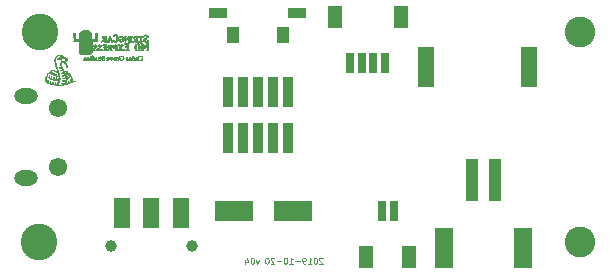
<source format=gbs>
G04 #@! TF.GenerationSoftware,KiCad,Pcbnew,(5.0.0-rc2-dev-444-g2974a2c10)*
G04 #@! TF.CreationDate,2020-01-18T11:14:41-08:00*
G04 #@! TF.ProjectId,StringCar_M0_Express,537472696E674361725F4D305F457870,v04*
G04 #@! TF.SameCoordinates,Original*
G04 #@! TF.FileFunction,Soldermask,Bot*
G04 #@! TF.FilePolarity,Negative*
%FSLAX46Y46*%
G04 Gerber Fmt 4.6, Leading zero omitted, Abs format (unit mm)*
G04 Created by KiCad (PCBNEW (5.0.0-rc2-dev-444-g2974a2c10)) date 01/18/20 11:14:41*
%MOMM*%
%LPD*%
G01*
G04 APERTURE LIST*
%ADD10C,0.100000*%
%ADD11C,0.010000*%
%ADD12C,3.101600*%
%ADD13R,3.301600X1.701600*%
%ADD14C,1.551600*%
%ADD15O,2.001600X1.301600*%
%ADD16R,1.101600X3.601600*%
%ADD17R,1.601600X3.501600*%
%ADD18R,1.401600X3.501600*%
%ADD19R,0.841600X2.501600*%
%ADD20C,2.601600*%
%ADD21R,1.351600X2.601600*%
%ADD22C,1.001600*%
%ADD23R,0.701600X1.651600*%
%ADD24R,1.301600X1.901600*%
%ADD25R,1.001600X1.371600*%
%ADD26R,1.551600X0.901600*%
G04 APERTURE END LIST*
D10*
X120485714Y-115673809D02*
X120461904Y-115650000D01*
X120414285Y-115626190D01*
X120295238Y-115626190D01*
X120247619Y-115650000D01*
X120223809Y-115673809D01*
X120200000Y-115721428D01*
X120200000Y-115769047D01*
X120223809Y-115840476D01*
X120509523Y-116126190D01*
X120200000Y-116126190D01*
X119890476Y-115626190D02*
X119842857Y-115626190D01*
X119795238Y-115650000D01*
X119771428Y-115673809D01*
X119747619Y-115721428D01*
X119723809Y-115816666D01*
X119723809Y-115935714D01*
X119747619Y-116030952D01*
X119771428Y-116078571D01*
X119795238Y-116102380D01*
X119842857Y-116126190D01*
X119890476Y-116126190D01*
X119938095Y-116102380D01*
X119961904Y-116078571D01*
X119985714Y-116030952D01*
X120009523Y-115935714D01*
X120009523Y-115816666D01*
X119985714Y-115721428D01*
X119961904Y-115673809D01*
X119938095Y-115650000D01*
X119890476Y-115626190D01*
X119247619Y-116126190D02*
X119533333Y-116126190D01*
X119390476Y-116126190D02*
X119390476Y-115626190D01*
X119438095Y-115697619D01*
X119485714Y-115745238D01*
X119533333Y-115769047D01*
X119009523Y-116126190D02*
X118914285Y-116126190D01*
X118866666Y-116102380D01*
X118842857Y-116078571D01*
X118795238Y-116007142D01*
X118771428Y-115911904D01*
X118771428Y-115721428D01*
X118795238Y-115673809D01*
X118819047Y-115650000D01*
X118866666Y-115626190D01*
X118961904Y-115626190D01*
X119009523Y-115650000D01*
X119033333Y-115673809D01*
X119057142Y-115721428D01*
X119057142Y-115840476D01*
X119033333Y-115888095D01*
X119009523Y-115911904D01*
X118961904Y-115935714D01*
X118866666Y-115935714D01*
X118819047Y-115911904D01*
X118795238Y-115888095D01*
X118771428Y-115840476D01*
X118557142Y-115935714D02*
X118176190Y-115935714D01*
X117676190Y-116126190D02*
X117961904Y-116126190D01*
X117819047Y-116126190D02*
X117819047Y-115626190D01*
X117866666Y-115697619D01*
X117914285Y-115745238D01*
X117961904Y-115769047D01*
X117366666Y-115626190D02*
X117319047Y-115626190D01*
X117271428Y-115650000D01*
X117247619Y-115673809D01*
X117223809Y-115721428D01*
X117200000Y-115816666D01*
X117200000Y-115935714D01*
X117223809Y-116030952D01*
X117247619Y-116078571D01*
X117271428Y-116102380D01*
X117319047Y-116126190D01*
X117366666Y-116126190D01*
X117414285Y-116102380D01*
X117438095Y-116078571D01*
X117461904Y-116030952D01*
X117485714Y-115935714D01*
X117485714Y-115816666D01*
X117461904Y-115721428D01*
X117438095Y-115673809D01*
X117414285Y-115650000D01*
X117366666Y-115626190D01*
X116985714Y-115935714D02*
X116604761Y-115935714D01*
X116390476Y-115673809D02*
X116366666Y-115650000D01*
X116319047Y-115626190D01*
X116200000Y-115626190D01*
X116152380Y-115650000D01*
X116128571Y-115673809D01*
X116104761Y-115721428D01*
X116104761Y-115769047D01*
X116128571Y-115840476D01*
X116414285Y-116126190D01*
X116104761Y-116126190D01*
X115795238Y-115626190D02*
X115747619Y-115626190D01*
X115700000Y-115650000D01*
X115676190Y-115673809D01*
X115652380Y-115721428D01*
X115628571Y-115816666D01*
X115628571Y-115935714D01*
X115652380Y-116030952D01*
X115676190Y-116078571D01*
X115700000Y-116102380D01*
X115747619Y-116126190D01*
X115795238Y-116126190D01*
X115842857Y-116102380D01*
X115866666Y-116078571D01*
X115890476Y-116030952D01*
X115914285Y-115935714D01*
X115914285Y-115816666D01*
X115890476Y-115721428D01*
X115866666Y-115673809D01*
X115842857Y-115650000D01*
X115795238Y-115626190D01*
X115080952Y-115792857D02*
X114961904Y-116126190D01*
X114842857Y-115792857D01*
X114557142Y-115626190D02*
X114509523Y-115626190D01*
X114461904Y-115650000D01*
X114438095Y-115673809D01*
X114414285Y-115721428D01*
X114390476Y-115816666D01*
X114390476Y-115935714D01*
X114414285Y-116030952D01*
X114438095Y-116078571D01*
X114461904Y-116102380D01*
X114509523Y-116126190D01*
X114557142Y-116126190D01*
X114604761Y-116102380D01*
X114628571Y-116078571D01*
X114652380Y-116030952D01*
X114676190Y-115935714D01*
X114676190Y-115816666D01*
X114652380Y-115721428D01*
X114628571Y-115673809D01*
X114604761Y-115650000D01*
X114557142Y-115626190D01*
X113961904Y-115792857D02*
X113961904Y-116126190D01*
X114080952Y-115602380D02*
X114200000Y-115959523D01*
X113890476Y-115959523D01*
D11*
G36*
X100317659Y-96693244D02*
X100251050Y-96746859D01*
X100250758Y-96747229D01*
X100214096Y-96812857D01*
X100217116Y-96872818D01*
X100255792Y-96932092D01*
X100325866Y-96982987D01*
X100407926Y-96997790D01*
X100489601Y-96974404D01*
X100550952Y-96920768D01*
X100576599Y-96854821D01*
X100566794Y-96786593D01*
X100521789Y-96726116D01*
X100482698Y-96700088D01*
X100397981Y-96677023D01*
X100317659Y-96693244D01*
X100317659Y-96693244D01*
G37*
X100317659Y-96693244D02*
X100251050Y-96746859D01*
X100250758Y-96747229D01*
X100214096Y-96812857D01*
X100217116Y-96872818D01*
X100255792Y-96932092D01*
X100325866Y-96982987D01*
X100407926Y-96997790D01*
X100489601Y-96974404D01*
X100550952Y-96920768D01*
X100576599Y-96854821D01*
X100566794Y-96786593D01*
X100521789Y-96726116D01*
X100482698Y-96700088D01*
X100397981Y-96677023D01*
X100317659Y-96693244D01*
G36*
X100321813Y-96313216D02*
X100196894Y-96346423D01*
X100078187Y-96415480D01*
X100056960Y-96432763D01*
X99960369Y-96542010D01*
X99898020Y-96671083D01*
X99872260Y-96811977D01*
X99885433Y-96956685D01*
X99894018Y-96989002D01*
X99918535Y-97070833D01*
X100121559Y-97071122D01*
X100214603Y-97071906D01*
X100295165Y-97073768D01*
X100351372Y-97076380D01*
X100366917Y-97077908D01*
X100404751Y-97079502D01*
X100474124Y-97078756D01*
X100564319Y-97075886D01*
X100641959Y-97072327D01*
X100874667Y-97060250D01*
X100904479Y-96948502D01*
X100918343Y-96840078D01*
X100610334Y-96840078D01*
X100601290Y-96903945D01*
X100567233Y-96953734D01*
X100545210Y-96973702D01*
X100466138Y-97017580D01*
X100378203Y-97031042D01*
X100294855Y-97013925D01*
X100239816Y-96977406D01*
X100186174Y-96901581D01*
X100174623Y-96822928D01*
X100196080Y-96756240D01*
X100250413Y-96688668D01*
X100321563Y-96650577D01*
X100400409Y-96640120D01*
X100477829Y-96655453D01*
X100544702Y-96694729D01*
X100591906Y-96756101D01*
X100610321Y-96837725D01*
X100610334Y-96840078D01*
X100918343Y-96840078D01*
X100921959Y-96811805D01*
X100902963Y-96684982D01*
X100852828Y-96571279D01*
X100776889Y-96473943D01*
X100680482Y-96396222D01*
X100568943Y-96341362D01*
X100447608Y-96312611D01*
X100321813Y-96313216D01*
X100321813Y-96313216D01*
G37*
X100321813Y-96313216D02*
X100196894Y-96346423D01*
X100078187Y-96415480D01*
X100056960Y-96432763D01*
X99960369Y-96542010D01*
X99898020Y-96671083D01*
X99872260Y-96811977D01*
X99885433Y-96956685D01*
X99894018Y-96989002D01*
X99918535Y-97070833D01*
X100121559Y-97071122D01*
X100214603Y-97071906D01*
X100295165Y-97073768D01*
X100351372Y-97076380D01*
X100366917Y-97077908D01*
X100404751Y-97079502D01*
X100474124Y-97078756D01*
X100564319Y-97075886D01*
X100641959Y-97072327D01*
X100874667Y-97060250D01*
X100904479Y-96948502D01*
X100918343Y-96840078D01*
X100610334Y-96840078D01*
X100601290Y-96903945D01*
X100567233Y-96953734D01*
X100545210Y-96973702D01*
X100466138Y-97017580D01*
X100378203Y-97031042D01*
X100294855Y-97013925D01*
X100239816Y-96977406D01*
X100186174Y-96901581D01*
X100174623Y-96822928D01*
X100196080Y-96756240D01*
X100250413Y-96688668D01*
X100321563Y-96650577D01*
X100400409Y-96640120D01*
X100477829Y-96655453D01*
X100544702Y-96694729D01*
X100591906Y-96756101D01*
X100610321Y-96837725D01*
X100610334Y-96840078D01*
X100918343Y-96840078D01*
X100921959Y-96811805D01*
X100902963Y-96684982D01*
X100852828Y-96571279D01*
X100776889Y-96473943D01*
X100680482Y-96396222D01*
X100568943Y-96341362D01*
X100447608Y-96312611D01*
X100321813Y-96313216D01*
G36*
X99400000Y-97260000D02*
X99553049Y-97261333D01*
X99550000Y-96570000D01*
X99400000Y-96570000D01*
X99402785Y-97261333D01*
X99400000Y-97260000D01*
G37*
X99400000Y-97260000D02*
X99553049Y-97261333D01*
X99550000Y-96570000D01*
X99400000Y-96570000D01*
X99402785Y-97261333D01*
X99400000Y-97260000D01*
G36*
X99594334Y-97261333D02*
X100377500Y-97261333D01*
X100377500Y-97113167D01*
X99594334Y-97113167D01*
X99594334Y-97261333D01*
X99594334Y-97261333D01*
G37*
X99594334Y-97261333D02*
X100377500Y-97261333D01*
X100377500Y-97113167D01*
X99594334Y-97113167D01*
X99594334Y-97261333D01*
G36*
X100419834Y-97261333D02*
X101181834Y-97261333D01*
X101181834Y-97113167D01*
X100419834Y-97113167D01*
X100419834Y-97261333D01*
X100419834Y-97261333D01*
G37*
X100419834Y-97261333D02*
X101181834Y-97261333D01*
X101181834Y-97113167D01*
X100419834Y-97113167D01*
X100419834Y-97261333D01*
G36*
X101228935Y-96917375D02*
X101223119Y-97261333D01*
X101373382Y-97261333D01*
X101380000Y-96570000D01*
X101230000Y-96570000D01*
X101228935Y-96917375D01*
X101228935Y-96917375D01*
G37*
X101228935Y-96917375D02*
X101223119Y-97261333D01*
X101373382Y-97261333D01*
X101380000Y-96570000D01*
X101230000Y-96570000D01*
X101228935Y-96917375D01*
G36*
X101888744Y-96847320D02*
X101848272Y-96867946D01*
X101832709Y-96879618D01*
X101785271Y-96934382D01*
X101780126Y-96990458D01*
X101817246Y-97048570D01*
X101826353Y-97057410D01*
X101878206Y-97105466D01*
X101837614Y-97172214D01*
X101798190Y-97225126D01*
X101757016Y-97263851D01*
X101754011Y-97265822D01*
X101716660Y-97296867D01*
X101720143Y-97316912D01*
X101764121Y-97324764D01*
X101770811Y-97324833D01*
X101828425Y-97310134D01*
X101886009Y-97263222D01*
X101948600Y-97179873D01*
X101954298Y-97170996D01*
X101976979Y-97130816D01*
X101975748Y-97103708D01*
X101947307Y-97071509D01*
X101933976Y-97059069D01*
X101895724Y-97011805D01*
X101888736Y-96973661D01*
X101888961Y-96973049D01*
X101900148Y-96934461D01*
X101901500Y-96923200D01*
X101918638Y-96899851D01*
X101956505Y-96890890D01*
X101994778Y-96900356D01*
X101999433Y-96903726D01*
X102012522Y-96933376D01*
X102022066Y-96990186D01*
X102027828Y-97062749D01*
X102029569Y-97139659D01*
X102027051Y-97209510D01*
X102020038Y-97260895D01*
X102008290Y-97282407D01*
X102007334Y-97282500D01*
X101986782Y-97298607D01*
X101986167Y-97303667D01*
X102005135Y-97316061D01*
X102053340Y-97323680D01*
X102085650Y-97324833D01*
X102144375Y-97322549D01*
X102166750Y-97314368D01*
X102159734Y-97299433D01*
X102147221Y-97266723D01*
X102138845Y-97205899D01*
X102134683Y-97129250D01*
X102134809Y-97049063D01*
X102139300Y-96977629D01*
X102148230Y-96927235D01*
X102157345Y-96910943D01*
X102171014Y-96889923D01*
X102146474Y-96870352D01*
X102087844Y-96854155D01*
X102015074Y-96844546D01*
X101939046Y-96840539D01*
X101888744Y-96847320D01*
X101888744Y-96847320D01*
G37*
X101888744Y-96847320D02*
X101848272Y-96867946D01*
X101832709Y-96879618D01*
X101785271Y-96934382D01*
X101780126Y-96990458D01*
X101817246Y-97048570D01*
X101826353Y-97057410D01*
X101878206Y-97105466D01*
X101837614Y-97172214D01*
X101798190Y-97225126D01*
X101757016Y-97263851D01*
X101754011Y-97265822D01*
X101716660Y-97296867D01*
X101720143Y-97316912D01*
X101764121Y-97324764D01*
X101770811Y-97324833D01*
X101828425Y-97310134D01*
X101886009Y-97263222D01*
X101948600Y-97179873D01*
X101954298Y-97170996D01*
X101976979Y-97130816D01*
X101975748Y-97103708D01*
X101947307Y-97071509D01*
X101933976Y-97059069D01*
X101895724Y-97011805D01*
X101888736Y-96973661D01*
X101888961Y-96973049D01*
X101900148Y-96934461D01*
X101901500Y-96923200D01*
X101918638Y-96899851D01*
X101956505Y-96890890D01*
X101994778Y-96900356D01*
X101999433Y-96903726D01*
X102012522Y-96933376D01*
X102022066Y-96990186D01*
X102027828Y-97062749D01*
X102029569Y-97139659D01*
X102027051Y-97209510D01*
X102020038Y-97260895D01*
X102008290Y-97282407D01*
X102007334Y-97282500D01*
X101986782Y-97298607D01*
X101986167Y-97303667D01*
X102005135Y-97316061D01*
X102053340Y-97323680D01*
X102085650Y-97324833D01*
X102144375Y-97322549D01*
X102166750Y-97314368D01*
X102159734Y-97299433D01*
X102147221Y-97266723D01*
X102138845Y-97205899D01*
X102134683Y-97129250D01*
X102134809Y-97049063D01*
X102139300Y-96977629D01*
X102148230Y-96927235D01*
X102157345Y-96910943D01*
X102171014Y-96889923D01*
X102146474Y-96870352D01*
X102087844Y-96854155D01*
X102015074Y-96844546D01*
X101939046Y-96840539D01*
X101888744Y-96847320D01*
G36*
X102444424Y-96842428D02*
X102420307Y-96856898D01*
X102394479Y-96896735D01*
X102363866Y-96967670D01*
X102336101Y-97044189D01*
X102302689Y-97133621D01*
X102269285Y-97211479D01*
X102240965Y-97266396D01*
X102229752Y-97282314D01*
X102209928Y-97306333D01*
X102211007Y-97319009D01*
X102239929Y-97323967D01*
X102303633Y-97324832D01*
X102311149Y-97324833D01*
X102378071Y-97323748D01*
X102410561Y-97318310D01*
X102416506Y-97305243D01*
X102406339Y-97285304D01*
X102390837Y-97237120D01*
X102401857Y-97199102D01*
X102433803Y-97183908D01*
X102449948Y-97186651D01*
X102489448Y-97187183D01*
X102505099Y-97176103D01*
X102500030Y-97153149D01*
X102475130Y-97141023D01*
X102437053Y-97118094D01*
X102437002Y-97078250D01*
X102459506Y-97039485D01*
X102477089Y-97020540D01*
X102491305Y-97025517D01*
X102507732Y-97060463D01*
X102525045Y-97110541D01*
X102543596Y-97182689D01*
X102550931Y-97246457D01*
X102548720Y-97272934D01*
X102544087Y-97307470D01*
X102560882Y-97321898D01*
X102609407Y-97324833D01*
X102685935Y-97324833D01*
X102644709Y-97266625D01*
X102619662Y-97220161D01*
X102588255Y-97146195D01*
X102555903Y-97057887D01*
X102544181Y-97022345D01*
X102514281Y-96933008D01*
X102491302Y-96877741D01*
X102471430Y-96849664D01*
X102450849Y-96841897D01*
X102444424Y-96842428D01*
X102444424Y-96842428D01*
G37*
X102444424Y-96842428D02*
X102420307Y-96856898D01*
X102394479Y-96896735D01*
X102363866Y-96967670D01*
X102336101Y-97044189D01*
X102302689Y-97133621D01*
X102269285Y-97211479D01*
X102240965Y-97266396D01*
X102229752Y-97282314D01*
X102209928Y-97306333D01*
X102211007Y-97319009D01*
X102239929Y-97323967D01*
X102303633Y-97324832D01*
X102311149Y-97324833D01*
X102378071Y-97323748D01*
X102410561Y-97318310D01*
X102416506Y-97305243D01*
X102406339Y-97285304D01*
X102390837Y-97237120D01*
X102401857Y-97199102D01*
X102433803Y-97183908D01*
X102449948Y-97186651D01*
X102489448Y-97187183D01*
X102505099Y-97176103D01*
X102500030Y-97153149D01*
X102475130Y-97141023D01*
X102437053Y-97118094D01*
X102437002Y-97078250D01*
X102459506Y-97039485D01*
X102477089Y-97020540D01*
X102491305Y-97025517D01*
X102507732Y-97060463D01*
X102525045Y-97110541D01*
X102543596Y-97182689D01*
X102550931Y-97246457D01*
X102548720Y-97272934D01*
X102544087Y-97307470D01*
X102560882Y-97321898D01*
X102609407Y-97324833D01*
X102685935Y-97324833D01*
X102644709Y-97266625D01*
X102619662Y-97220161D01*
X102588255Y-97146195D01*
X102555903Y-97057887D01*
X102544181Y-97022345D01*
X102514281Y-96933008D01*
X102491302Y-96877741D01*
X102471430Y-96849664D01*
X102450849Y-96841897D01*
X102444424Y-96842428D01*
G36*
X102797041Y-96724230D02*
X102762106Y-96739921D01*
X102742563Y-96771048D01*
X102739090Y-96780387D01*
X102727929Y-96832540D01*
X102742188Y-96851002D01*
X102780888Y-96835177D01*
X102802824Y-96819246D01*
X102874737Y-96780039D01*
X102936725Y-96780133D01*
X102985769Y-96817066D01*
X103018850Y-96888372D01*
X103032949Y-96991588D01*
X103033231Y-97007338D01*
X103022983Y-97121590D01*
X102991917Y-97201959D01*
X102941786Y-97246924D01*
X102874340Y-97254965D01*
X102791332Y-97224560D01*
X102786305Y-97221716D01*
X102736528Y-97194296D01*
X102713152Y-97187870D01*
X102706231Y-97201724D01*
X102705834Y-97215956D01*
X102724934Y-97257595D01*
X102774745Y-97290830D01*
X102844031Y-97312967D01*
X102921556Y-97321311D01*
X102996083Y-97313168D01*
X103040484Y-97296198D01*
X103113342Y-97232408D01*
X103157604Y-97139710D01*
X103171361Y-97031699D01*
X103157073Y-96906562D01*
X103114241Y-96812357D01*
X103043429Y-96749656D01*
X102945203Y-96719031D01*
X102860827Y-96716961D01*
X102797041Y-96724230D01*
X102797041Y-96724230D01*
G37*
X102797041Y-96724230D02*
X102762106Y-96739921D01*
X102742563Y-96771048D01*
X102739090Y-96780387D01*
X102727929Y-96832540D01*
X102742188Y-96851002D01*
X102780888Y-96835177D01*
X102802824Y-96819246D01*
X102874737Y-96780039D01*
X102936725Y-96780133D01*
X102985769Y-96817066D01*
X103018850Y-96888372D01*
X103032949Y-96991588D01*
X103033231Y-97007338D01*
X103022983Y-97121590D01*
X102991917Y-97201959D01*
X102941786Y-97246924D01*
X102874340Y-97254965D01*
X102791332Y-97224560D01*
X102786305Y-97221716D01*
X102736528Y-97194296D01*
X102713152Y-97187870D01*
X102706231Y-97201724D01*
X102705834Y-97215956D01*
X102724934Y-97257595D01*
X102774745Y-97290830D01*
X102844031Y-97312967D01*
X102921556Y-97321311D01*
X102996083Y-97313168D01*
X103040484Y-97296198D01*
X103113342Y-97232408D01*
X103157604Y-97139710D01*
X103171361Y-97031699D01*
X103157073Y-96906562D01*
X103114241Y-96812357D01*
X103043429Y-96749656D01*
X102945203Y-96719031D01*
X102860827Y-96716961D01*
X102797041Y-96724230D01*
G36*
X103320825Y-96840877D02*
X103285199Y-96852390D01*
X103267976Y-96876862D01*
X103266244Y-96881928D01*
X103258725Y-96923522D01*
X103274996Y-96934997D01*
X103318922Y-96917737D01*
X103337562Y-96907452D01*
X103391262Y-96883793D01*
X103430146Y-96887210D01*
X103440970Y-96892994D01*
X103496474Y-96951432D01*
X103523358Y-97037047D01*
X103523725Y-97112331D01*
X103506162Y-97184020D01*
X103474029Y-97238224D01*
X103434593Y-97271260D01*
X103395125Y-97279449D01*
X103362893Y-97259109D01*
X103345166Y-97206558D01*
X103344784Y-97202951D01*
X103346254Y-97155705D01*
X103359167Y-97134477D01*
X103360659Y-97134333D01*
X103382286Y-97119020D01*
X103383167Y-97113167D01*
X103364448Y-97099654D01*
X103317938Y-97092395D01*
X103302407Y-97092000D01*
X103221647Y-97092000D01*
X103225723Y-97181958D01*
X103234331Y-97245949D01*
X103257289Y-97283019D01*
X103280025Y-97298063D01*
X103352664Y-97318769D01*
X103439246Y-97320727D01*
X103515637Y-97303681D01*
X103522440Y-97300607D01*
X103579648Y-97251411D01*
X103619961Y-97174007D01*
X103636990Y-97081197D01*
X103637167Y-97070742D01*
X103630635Y-97005934D01*
X103604954Y-96954490D01*
X103565200Y-96909967D01*
X103514216Y-96865122D01*
X103466348Y-96843958D01*
X103400781Y-96838082D01*
X103386710Y-96838000D01*
X103320825Y-96840877D01*
X103320825Y-96840877D01*
G37*
X103320825Y-96840877D02*
X103285199Y-96852390D01*
X103267976Y-96876862D01*
X103266244Y-96881928D01*
X103258725Y-96923522D01*
X103274996Y-96934997D01*
X103318922Y-96917737D01*
X103337562Y-96907452D01*
X103391262Y-96883793D01*
X103430146Y-96887210D01*
X103440970Y-96892994D01*
X103496474Y-96951432D01*
X103523358Y-97037047D01*
X103523725Y-97112331D01*
X103506162Y-97184020D01*
X103474029Y-97238224D01*
X103434593Y-97271260D01*
X103395125Y-97279449D01*
X103362893Y-97259109D01*
X103345166Y-97206558D01*
X103344784Y-97202951D01*
X103346254Y-97155705D01*
X103359167Y-97134477D01*
X103360659Y-97134333D01*
X103382286Y-97119020D01*
X103383167Y-97113167D01*
X103364448Y-97099654D01*
X103317938Y-97092395D01*
X103302407Y-97092000D01*
X103221647Y-97092000D01*
X103225723Y-97181958D01*
X103234331Y-97245949D01*
X103257289Y-97283019D01*
X103280025Y-97298063D01*
X103352664Y-97318769D01*
X103439246Y-97320727D01*
X103515637Y-97303681D01*
X103522440Y-97300607D01*
X103579648Y-97251411D01*
X103619961Y-97174007D01*
X103636990Y-97081197D01*
X103637167Y-97070742D01*
X103630635Y-97005934D01*
X103604954Y-96954490D01*
X103565200Y-96909967D01*
X103514216Y-96865122D01*
X103466348Y-96843958D01*
X103400781Y-96838082D01*
X103386710Y-96838000D01*
X103320825Y-96840877D01*
G36*
X104024734Y-96843403D02*
X103989380Y-96863981D01*
X103946742Y-96906291D01*
X103888764Y-96976888D01*
X103886233Y-96980112D01*
X103774750Y-97122224D01*
X103768178Y-97019492D01*
X103768639Y-96954706D01*
X103777262Y-96906797D01*
X103784053Y-96894314D01*
X103805270Y-96861109D01*
X103787166Y-96842601D01*
X103743000Y-96838000D01*
X103692672Y-96845536D01*
X103680384Y-96866917D01*
X103695375Y-96889177D01*
X103702228Y-96916012D01*
X103707594Y-96975034D01*
X103710736Y-97056105D01*
X103711250Y-97107704D01*
X103713881Y-97219016D01*
X103721731Y-97289377D01*
X103734740Y-97318267D01*
X103735698Y-97318676D01*
X103758034Y-97306401D01*
X103798273Y-97266601D01*
X103849793Y-97206256D01*
X103883865Y-97162430D01*
X104007584Y-96997839D01*
X104013933Y-97131434D01*
X104013589Y-97215395D01*
X104004595Y-97275145D01*
X103995467Y-97294931D01*
X103986022Y-97314334D01*
X104005560Y-97323037D01*
X104051559Y-97324833D01*
X104101759Y-97322049D01*
X104115616Y-97311951D01*
X104107067Y-97299433D01*
X104095823Y-97269119D01*
X104087701Y-97210975D01*
X104082814Y-97135894D01*
X104081269Y-97054766D01*
X104083177Y-96978483D01*
X104088649Y-96917937D01*
X104097795Y-96884019D01*
X104102834Y-96880333D01*
X104123385Y-96864226D01*
X104124000Y-96859167D01*
X104105616Y-96844272D01*
X104061353Y-96838000D01*
X104060858Y-96838000D01*
X104024734Y-96843403D01*
X104024734Y-96843403D01*
G37*
X104024734Y-96843403D02*
X103989380Y-96863981D01*
X103946742Y-96906291D01*
X103888764Y-96976888D01*
X103886233Y-96980112D01*
X103774750Y-97122224D01*
X103768178Y-97019492D01*
X103768639Y-96954706D01*
X103777262Y-96906797D01*
X103784053Y-96894314D01*
X103805270Y-96861109D01*
X103787166Y-96842601D01*
X103743000Y-96838000D01*
X103692672Y-96845536D01*
X103680384Y-96866917D01*
X103695375Y-96889177D01*
X103702228Y-96916012D01*
X103707594Y-96975034D01*
X103710736Y-97056105D01*
X103711250Y-97107704D01*
X103713881Y-97219016D01*
X103721731Y-97289377D01*
X103734740Y-97318267D01*
X103735698Y-97318676D01*
X103758034Y-97306401D01*
X103798273Y-97266601D01*
X103849793Y-97206256D01*
X103883865Y-97162430D01*
X104007584Y-96997839D01*
X104013933Y-97131434D01*
X104013589Y-97215395D01*
X104004595Y-97275145D01*
X103995467Y-97294931D01*
X103986022Y-97314334D01*
X104005560Y-97323037D01*
X104051559Y-97324833D01*
X104101759Y-97322049D01*
X104115616Y-97311951D01*
X104107067Y-97299433D01*
X104095823Y-97269119D01*
X104087701Y-97210975D01*
X104082814Y-97135894D01*
X104081269Y-97054766D01*
X104083177Y-96978483D01*
X104088649Y-96917937D01*
X104097795Y-96884019D01*
X104102834Y-96880333D01*
X104123385Y-96864226D01*
X104124000Y-96859167D01*
X104105616Y-96844272D01*
X104061353Y-96838000D01*
X104060858Y-96838000D01*
X104024734Y-96843403D01*
G36*
X104177460Y-96840284D02*
X104155085Y-96848465D01*
X104162101Y-96863400D01*
X104174935Y-96897430D01*
X104183407Y-96961336D01*
X104187518Y-97042886D01*
X104187266Y-97129848D01*
X104182653Y-97209989D01*
X104173679Y-97271077D01*
X104162100Y-97299433D01*
X104155472Y-97315010D01*
X104179711Y-97322811D01*
X104236184Y-97324833D01*
X104294443Y-97321035D01*
X104330252Y-97311383D01*
X104335667Y-97304916D01*
X104320281Y-97276249D01*
X104314500Y-97271917D01*
X104304804Y-97246083D01*
X104297444Y-97188700D01*
X104293617Y-97110534D01*
X104293334Y-97081417D01*
X104295701Y-96998675D01*
X104302004Y-96933089D01*
X104311048Y-96895427D01*
X104314500Y-96890917D01*
X104336578Y-96866824D01*
X104319946Y-96848747D01*
X104268072Y-96839027D01*
X104236184Y-96838000D01*
X104177460Y-96840284D01*
X104177460Y-96840284D01*
G37*
X104177460Y-96840284D02*
X104155085Y-96848465D01*
X104162101Y-96863400D01*
X104174935Y-96897430D01*
X104183407Y-96961336D01*
X104187518Y-97042886D01*
X104187266Y-97129848D01*
X104182653Y-97209989D01*
X104173679Y-97271077D01*
X104162100Y-97299433D01*
X104155472Y-97315010D01*
X104179711Y-97322811D01*
X104236184Y-97324833D01*
X104294443Y-97321035D01*
X104330252Y-97311383D01*
X104335667Y-97304916D01*
X104320281Y-97276249D01*
X104314500Y-97271917D01*
X104304804Y-97246083D01*
X104297444Y-97188700D01*
X104293617Y-97110534D01*
X104293334Y-97081417D01*
X104295701Y-96998675D01*
X104302004Y-96933089D01*
X104311048Y-96895427D01*
X104314500Y-96890917D01*
X104336578Y-96866824D01*
X104319946Y-96848747D01*
X104268072Y-96839027D01*
X104236184Y-96838000D01*
X104177460Y-96840284D01*
G36*
X104569631Y-96845291D02*
X104558316Y-96847112D01*
X104490696Y-96876014D01*
X104450739Y-96925567D01*
X104442143Y-96985188D01*
X104468607Y-97044293D01*
X104483834Y-97060250D01*
X104517152Y-97099722D01*
X104520599Y-97138108D01*
X104492405Y-97184766D01*
X104452084Y-97228172D01*
X104409280Y-97273313D01*
X104382522Y-97306029D01*
X104378000Y-97314885D01*
X104396387Y-97321685D01*
X104441213Y-97321379D01*
X104446792Y-97320883D01*
X104492680Y-97309549D01*
X104532319Y-97279677D01*
X104576998Y-97222193D01*
X104585795Y-97209191D01*
X104656006Y-97104131D01*
X104601670Y-97064550D01*
X104560930Y-97017611D01*
X104548225Y-96964916D01*
X104565029Y-96920054D01*
X104584375Y-96905105D01*
X104623864Y-96890867D01*
X104650148Y-96899747D01*
X104665676Y-96936763D01*
X104672896Y-97006931D01*
X104674334Y-97089530D01*
X104671261Y-97191866D01*
X104662519Y-97263837D01*
X104648934Y-97299433D01*
X104642973Y-97314376D01*
X104666990Y-97322275D01*
X104726758Y-97324810D01*
X104736192Y-97324833D01*
X104800079Y-97323299D01*
X104828919Y-97316971D01*
X104829940Y-97303258D01*
X104823027Y-97293718D01*
X104809338Y-97254672D01*
X104803227Y-97178330D01*
X104804520Y-97062493D01*
X104804561Y-97061371D01*
X104811917Y-96860139D01*
X104722100Y-96846687D01*
X104644697Y-96841286D01*
X104569631Y-96845291D01*
X104569631Y-96845291D01*
G37*
X104569631Y-96845291D02*
X104558316Y-96847112D01*
X104490696Y-96876014D01*
X104450739Y-96925567D01*
X104442143Y-96985188D01*
X104468607Y-97044293D01*
X104483834Y-97060250D01*
X104517152Y-97099722D01*
X104520599Y-97138108D01*
X104492405Y-97184766D01*
X104452084Y-97228172D01*
X104409280Y-97273313D01*
X104382522Y-97306029D01*
X104378000Y-97314885D01*
X104396387Y-97321685D01*
X104441213Y-97321379D01*
X104446792Y-97320883D01*
X104492680Y-97309549D01*
X104532319Y-97279677D01*
X104576998Y-97222193D01*
X104585795Y-97209191D01*
X104656006Y-97104131D01*
X104601670Y-97064550D01*
X104560930Y-97017611D01*
X104548225Y-96964916D01*
X104565029Y-96920054D01*
X104584375Y-96905105D01*
X104623864Y-96890867D01*
X104650148Y-96899747D01*
X104665676Y-96936763D01*
X104672896Y-97006931D01*
X104674334Y-97089530D01*
X104671261Y-97191866D01*
X104662519Y-97263837D01*
X104648934Y-97299433D01*
X104642973Y-97314376D01*
X104666990Y-97322275D01*
X104726758Y-97324810D01*
X104736192Y-97324833D01*
X104800079Y-97323299D01*
X104828919Y-97316971D01*
X104829940Y-97303258D01*
X104823027Y-97293718D01*
X104809338Y-97254672D01*
X104803227Y-97178330D01*
X104804520Y-97062493D01*
X104804561Y-97061371D01*
X104811917Y-96860139D01*
X104722100Y-96846687D01*
X104644697Y-96841286D01*
X104569631Y-96845291D01*
G36*
X104973919Y-96842209D02*
X104908461Y-96856170D01*
X104873916Y-96881885D01*
X104864834Y-96916804D01*
X104872872Y-96931769D01*
X104902274Y-96919915D01*
X104916820Y-96910747D01*
X104960946Y-96890453D01*
X104990903Y-96890341D01*
X105002409Y-96917840D01*
X105009724Y-96975543D01*
X105012942Y-97051537D01*
X105012159Y-97133909D01*
X105007474Y-97210749D01*
X104998980Y-97270144D01*
X104987600Y-97299433D01*
X104980972Y-97315010D01*
X105005211Y-97322811D01*
X105061684Y-97324833D01*
X105119940Y-97320797D01*
X105155749Y-97310541D01*
X105161167Y-97303667D01*
X105145060Y-97283115D01*
X105140000Y-97282500D01*
X105129868Y-97262513D01*
X105122638Y-97207167D01*
X105119074Y-97123379D01*
X105118834Y-97091336D01*
X105122310Y-96983381D01*
X105133767Y-96914686D01*
X105154749Y-96882670D01*
X105186801Y-96884751D01*
X105225585Y-96912914D01*
X105264829Y-96938621D01*
X105281385Y-96930534D01*
X105269690Y-96893146D01*
X105263376Y-96882394D01*
X105243754Y-96859343D01*
X105213743Y-96845909D01*
X105162887Y-96839620D01*
X105080726Y-96838002D01*
X105075642Y-96838000D01*
X104973919Y-96842209D01*
X104973919Y-96842209D01*
G37*
X104973919Y-96842209D02*
X104908461Y-96856170D01*
X104873916Y-96881885D01*
X104864834Y-96916804D01*
X104872872Y-96931769D01*
X104902274Y-96919915D01*
X104916820Y-96910747D01*
X104960946Y-96890453D01*
X104990903Y-96890341D01*
X105002409Y-96917840D01*
X105009724Y-96975543D01*
X105012942Y-97051537D01*
X105012159Y-97133909D01*
X105007474Y-97210749D01*
X104998980Y-97270144D01*
X104987600Y-97299433D01*
X104980972Y-97315010D01*
X105005211Y-97322811D01*
X105061684Y-97324833D01*
X105119940Y-97320797D01*
X105155749Y-97310541D01*
X105161167Y-97303667D01*
X105145060Y-97283115D01*
X105140000Y-97282500D01*
X105129868Y-97262513D01*
X105122638Y-97207167D01*
X105119074Y-97123379D01*
X105118834Y-97091336D01*
X105122310Y-96983381D01*
X105133767Y-96914686D01*
X105154749Y-96882670D01*
X105186801Y-96884751D01*
X105225585Y-96912914D01*
X105264829Y-96938621D01*
X105281385Y-96930534D01*
X105269690Y-96893146D01*
X105263376Y-96882394D01*
X105243754Y-96859343D01*
X105213743Y-96845909D01*
X105162887Y-96839620D01*
X105080726Y-96838002D01*
X105075642Y-96838000D01*
X104973919Y-96842209D01*
G36*
X105410420Y-96722210D02*
X105377386Y-96735736D01*
X105360340Y-96765060D01*
X105354468Y-96785083D01*
X105348579Y-96837729D01*
X105365529Y-96856547D01*
X105402532Y-96839222D01*
X105411100Y-96832092D01*
X105474095Y-96792667D01*
X105530140Y-96786967D01*
X105565513Y-96808875D01*
X105579878Y-96834202D01*
X105570186Y-96858341D01*
X105531072Y-96892475D01*
X105522120Y-96899311D01*
X105427961Y-96974366D01*
X105365047Y-97035038D01*
X105328033Y-97088232D01*
X105311571Y-97140852D01*
X105309334Y-97174062D01*
X105322729Y-97249756D01*
X105364751Y-97298059D01*
X105438156Y-97320955D01*
X105515609Y-97322641D01*
X105580405Y-97322043D01*
X105628126Y-97326722D01*
X105640442Y-97330745D01*
X105672252Y-97329956D01*
X105686945Y-97319755D01*
X105705322Y-97281422D01*
X105711500Y-97236244D01*
X105711500Y-97177289D01*
X105642709Y-97219232D01*
X105562528Y-97254747D01*
X105497530Y-97256044D01*
X105458343Y-97230599D01*
X105441578Y-97186656D01*
X105461896Y-97137246D01*
X105520709Y-97080080D01*
X105575330Y-97040926D01*
X105662233Y-96973379D01*
X105709850Y-96910654D01*
X105720339Y-96848960D01*
X105708263Y-96807597D01*
X105660301Y-96752214D01*
X105578451Y-96722141D01*
X105472611Y-96716879D01*
X105410420Y-96722210D01*
X105410420Y-96722210D01*
G37*
X105410420Y-96722210D02*
X105377386Y-96735736D01*
X105360340Y-96765060D01*
X105354468Y-96785083D01*
X105348579Y-96837729D01*
X105365529Y-96856547D01*
X105402532Y-96839222D01*
X105411100Y-96832092D01*
X105474095Y-96792667D01*
X105530140Y-96786967D01*
X105565513Y-96808875D01*
X105579878Y-96834202D01*
X105570186Y-96858341D01*
X105531072Y-96892475D01*
X105522120Y-96899311D01*
X105427961Y-96974366D01*
X105365047Y-97035038D01*
X105328033Y-97088232D01*
X105311571Y-97140852D01*
X105309334Y-97174062D01*
X105322729Y-97249756D01*
X105364751Y-97298059D01*
X105438156Y-97320955D01*
X105515609Y-97322641D01*
X105580405Y-97322043D01*
X105628126Y-97326722D01*
X105640442Y-97330745D01*
X105672252Y-97329956D01*
X105686945Y-97319755D01*
X105705322Y-97281422D01*
X105711500Y-97236244D01*
X105711500Y-97177289D01*
X105642709Y-97219232D01*
X105562528Y-97254747D01*
X105497530Y-97256044D01*
X105458343Y-97230599D01*
X105441578Y-97186656D01*
X105461896Y-97137246D01*
X105520709Y-97080080D01*
X105575330Y-97040926D01*
X105662233Y-96973379D01*
X105709850Y-96910654D01*
X105720339Y-96848960D01*
X105708263Y-96807597D01*
X105660301Y-96752214D01*
X105578451Y-96722141D01*
X105472611Y-96716879D01*
X105410420Y-96722210D01*
G36*
X100302284Y-97307030D02*
X100240090Y-97311506D01*
X100214014Y-97318053D01*
X100218750Y-97323475D01*
X100314165Y-97347676D01*
X100423515Y-97354394D01*
X100513828Y-97343822D01*
X100568774Y-97328913D01*
X100603319Y-97316313D01*
X100607314Y-97313742D01*
X100591936Y-97309729D01*
X100542481Y-97306739D01*
X100467202Y-97305114D01*
X100396903Y-97305008D01*
X100302284Y-97307030D01*
X100302284Y-97307030D01*
G37*
X100302284Y-97307030D02*
X100240090Y-97311506D01*
X100214014Y-97318053D01*
X100218750Y-97323475D01*
X100314165Y-97347676D01*
X100423515Y-97354394D01*
X100513828Y-97343822D01*
X100568774Y-97328913D01*
X100603319Y-97316313D01*
X100607314Y-97313742D01*
X100591936Y-97309729D01*
X100542481Y-97306739D01*
X100467202Y-97305114D01*
X100396903Y-97305008D01*
X100302284Y-97307030D01*
G36*
X101912379Y-97562334D02*
X101851687Y-97573206D01*
X101817083Y-97589162D01*
X101816409Y-97589928D01*
X101798974Y-97624050D01*
X101814456Y-97636552D01*
X101855963Y-97622881D01*
X101916393Y-97602441D01*
X101966888Y-97605876D01*
X101992947Y-97629472D01*
X102000636Y-97689839D01*
X101974209Y-97730845D01*
X101935393Y-97744402D01*
X101896520Y-97759471D01*
X101887405Y-97783035D01*
X101910549Y-97801432D01*
X101924489Y-97803933D01*
X101972403Y-97808360D01*
X101982093Y-97809225D01*
X102000289Y-97827850D01*
X102004363Y-97881836D01*
X102003259Y-97901625D01*
X101996555Y-97958481D01*
X101980682Y-97985769D01*
X101945523Y-97996244D01*
X101926576Y-97998319D01*
X101868721Y-97995692D01*
X101826258Y-97980020D01*
X101825523Y-97979428D01*
X101790846Y-97964200D01*
X101776086Y-97983222D01*
X101781805Y-98011837D01*
X101796373Y-98028082D01*
X101830037Y-98037836D01*
X101890642Y-98042325D01*
X101980211Y-98042829D01*
X102059124Y-98041004D01*
X102115250Y-98037510D01*
X102140761Y-98032954D01*
X102139625Y-98030482D01*
X102127895Y-98006536D01*
X102119318Y-97952590D01*
X102113993Y-97879412D01*
X102112022Y-97797770D01*
X102113507Y-97718433D01*
X102118549Y-97652168D01*
X102127248Y-97609745D01*
X102135583Y-97600000D01*
X102148225Y-97587032D01*
X102144917Y-97578833D01*
X102115426Y-97564794D01*
X102057802Y-97557670D01*
X101985602Y-97557002D01*
X101912379Y-97562334D01*
X101912379Y-97562334D01*
G37*
X101912379Y-97562334D02*
X101851687Y-97573206D01*
X101817083Y-97589162D01*
X101816409Y-97589928D01*
X101798974Y-97624050D01*
X101814456Y-97636552D01*
X101855963Y-97622881D01*
X101916393Y-97602441D01*
X101966888Y-97605876D01*
X101992947Y-97629472D01*
X102000636Y-97689839D01*
X101974209Y-97730845D01*
X101935393Y-97744402D01*
X101896520Y-97759471D01*
X101887405Y-97783035D01*
X101910549Y-97801432D01*
X101924489Y-97803933D01*
X101972403Y-97808360D01*
X101982093Y-97809225D01*
X102000289Y-97827850D01*
X102004363Y-97881836D01*
X102003259Y-97901625D01*
X101996555Y-97958481D01*
X101980682Y-97985769D01*
X101945523Y-97996244D01*
X101926576Y-97998319D01*
X101868721Y-97995692D01*
X101826258Y-97980020D01*
X101825523Y-97979428D01*
X101790846Y-97964200D01*
X101776086Y-97983222D01*
X101781805Y-98011837D01*
X101796373Y-98028082D01*
X101830037Y-98037836D01*
X101890642Y-98042325D01*
X101980211Y-98042829D01*
X102059124Y-98041004D01*
X102115250Y-98037510D01*
X102140761Y-98032954D01*
X102139625Y-98030482D01*
X102127895Y-98006536D01*
X102119318Y-97952590D01*
X102113993Y-97879412D01*
X102112022Y-97797770D01*
X102113507Y-97718433D01*
X102118549Y-97652168D01*
X102127248Y-97609745D01*
X102135583Y-97600000D01*
X102148225Y-97587032D01*
X102144917Y-97578833D01*
X102115426Y-97564794D01*
X102057802Y-97557670D01*
X101985602Y-97557002D01*
X101912379Y-97562334D01*
G36*
X102342913Y-97581215D02*
X102280523Y-97613917D01*
X102245145Y-97661117D01*
X102241464Y-97716032D01*
X102274166Y-97771878D01*
X102282500Y-97779917D01*
X102314972Y-97817959D01*
X102319964Y-97855799D01*
X102295686Y-97902843D01*
X102248287Y-97959772D01*
X102171741Y-98044500D01*
X102246293Y-98044500D01*
X102293035Y-98039925D01*
X102328489Y-98020202D01*
X102365400Y-97976330D01*
X102386339Y-97945621D01*
X102427999Y-97880356D01*
X102446771Y-97840190D01*
X102444233Y-97815674D01*
X102421960Y-97797357D01*
X102411991Y-97791833D01*
X102371536Y-97753707D01*
X102356929Y-97705575D01*
X102366244Y-97660075D01*
X102397556Y-97629842D01*
X102437391Y-97625174D01*
X102460154Y-97631705D01*
X102474437Y-97649186D01*
X102482731Y-97686334D01*
X102487529Y-97751866D01*
X102489765Y-97808426D01*
X102490027Y-97911974D01*
X102482875Y-97983329D01*
X102471298Y-98014801D01*
X102462971Y-98032645D01*
X102481212Y-98041615D01*
X102533122Y-98044434D01*
X102548725Y-98044500D01*
X102608567Y-98042271D01*
X102632050Y-98034304D01*
X102625400Y-98019100D01*
X102612308Y-97984843D01*
X102603880Y-97921561D01*
X102600155Y-97842251D01*
X102601172Y-97759912D01*
X102606970Y-97687541D01*
X102617588Y-97638136D01*
X102624229Y-97626572D01*
X102626475Y-97605390D01*
X102591546Y-97587893D01*
X102524544Y-97575554D01*
X102430570Y-97569847D01*
X102427628Y-97569798D01*
X102342913Y-97581215D01*
X102342913Y-97581215D01*
G37*
X102342913Y-97581215D02*
X102280523Y-97613917D01*
X102245145Y-97661117D01*
X102241464Y-97716032D01*
X102274166Y-97771878D01*
X102282500Y-97779917D01*
X102314972Y-97817959D01*
X102319964Y-97855799D01*
X102295686Y-97902843D01*
X102248287Y-97959772D01*
X102171741Y-98044500D01*
X102246293Y-98044500D01*
X102293035Y-98039925D01*
X102328489Y-98020202D01*
X102365400Y-97976330D01*
X102386339Y-97945621D01*
X102427999Y-97880356D01*
X102446771Y-97840190D01*
X102444233Y-97815674D01*
X102421960Y-97797357D01*
X102411991Y-97791833D01*
X102371536Y-97753707D01*
X102356929Y-97705575D01*
X102366244Y-97660075D01*
X102397556Y-97629842D01*
X102437391Y-97625174D01*
X102460154Y-97631705D01*
X102474437Y-97649186D01*
X102482731Y-97686334D01*
X102487529Y-97751866D01*
X102489765Y-97808426D01*
X102490027Y-97911974D01*
X102482875Y-97983329D01*
X102471298Y-98014801D01*
X102462971Y-98032645D01*
X102481212Y-98041615D01*
X102533122Y-98044434D01*
X102548725Y-98044500D01*
X102608567Y-98042271D01*
X102632050Y-98034304D01*
X102625400Y-98019100D01*
X102612308Y-97984843D01*
X102603880Y-97921561D01*
X102600155Y-97842251D01*
X102601172Y-97759912D01*
X102606970Y-97687541D01*
X102617588Y-97638136D01*
X102624229Y-97626572D01*
X102626475Y-97605390D01*
X102591546Y-97587893D01*
X102524544Y-97575554D01*
X102430570Y-97569847D01*
X102427628Y-97569798D01*
X102342913Y-97581215D01*
G36*
X102816087Y-97575121D02*
X102775453Y-97592570D01*
X102723023Y-97623248D01*
X102698350Y-97658538D01*
X102689065Y-97716543D01*
X102688859Y-97719307D01*
X102689391Y-97781373D01*
X102707654Y-97821987D01*
X102740535Y-97852540D01*
X102797097Y-97883495D01*
X102849440Y-97890218D01*
X102884921Y-97872002D01*
X102890604Y-97860924D01*
X102879393Y-97839464D01*
X102849929Y-97829174D01*
X102813702Y-97813769D01*
X102797067Y-97773204D01*
X102794348Y-97752075D01*
X102800547Y-97679725D01*
X102832726Y-97634260D01*
X102877759Y-97621167D01*
X102896346Y-97624872D01*
X102908052Y-97641202D01*
X102914439Y-97677974D01*
X102917062Y-97743005D01*
X102917500Y-97820486D01*
X102915254Y-97926683D01*
X102908217Y-97994318D01*
X102895942Y-98026939D01*
X102891042Y-98030482D01*
X102895132Y-98036418D01*
X102932881Y-98040841D01*
X102981000Y-98042505D01*
X103044038Y-98040585D01*
X103072412Y-98033550D01*
X103069152Y-98025935D01*
X103055498Y-98005019D01*
X103047817Y-97959433D01*
X103045496Y-97882879D01*
X103046979Y-97798737D01*
X103053071Y-97589456D01*
X102954363Y-97571423D01*
X102878208Y-97563501D01*
X102816087Y-97575121D01*
X102816087Y-97575121D01*
G37*
X102816087Y-97575121D02*
X102775453Y-97592570D01*
X102723023Y-97623248D01*
X102698350Y-97658538D01*
X102689065Y-97716543D01*
X102688859Y-97719307D01*
X102689391Y-97781373D01*
X102707654Y-97821987D01*
X102740535Y-97852540D01*
X102797097Y-97883495D01*
X102849440Y-97890218D01*
X102884921Y-97872002D01*
X102890604Y-97860924D01*
X102879393Y-97839464D01*
X102849929Y-97829174D01*
X102813702Y-97813769D01*
X102797067Y-97773204D01*
X102794348Y-97752075D01*
X102800547Y-97679725D01*
X102832726Y-97634260D01*
X102877759Y-97621167D01*
X102896346Y-97624872D01*
X102908052Y-97641202D01*
X102914439Y-97677974D01*
X102917062Y-97743005D01*
X102917500Y-97820486D01*
X102915254Y-97926683D01*
X102908217Y-97994318D01*
X102895942Y-98026939D01*
X102891042Y-98030482D01*
X102895132Y-98036418D01*
X102932881Y-98040841D01*
X102981000Y-98042505D01*
X103044038Y-98040585D01*
X103072412Y-98033550D01*
X103069152Y-98025935D01*
X103055498Y-98005019D01*
X103047817Y-97959433D01*
X103045496Y-97882879D01*
X103046979Y-97798737D01*
X103053071Y-97589456D01*
X102954363Y-97571423D01*
X102878208Y-97563501D01*
X102816087Y-97575121D01*
G36*
X103170492Y-97562588D02*
X103153437Y-97581345D01*
X103171229Y-97619924D01*
X103189511Y-97644770D01*
X103239915Y-97715803D01*
X103263014Y-97768626D01*
X103261932Y-97814464D01*
X103246995Y-97851271D01*
X103211313Y-97909495D01*
X103165694Y-97971338D01*
X103159804Y-97978462D01*
X103104237Y-98044500D01*
X103213201Y-98044500D01*
X103281043Y-98040694D01*
X103309065Y-98029485D01*
X103308294Y-98022056D01*
X103306190Y-97988693D01*
X103319911Y-97938166D01*
X103321410Y-97934458D01*
X103348398Y-97869305D01*
X103386949Y-97916914D01*
X103420342Y-97973130D01*
X103419339Y-98014020D01*
X103399042Y-98030482D01*
X103402392Y-98036611D01*
X103439309Y-98040938D01*
X103478417Y-98042185D01*
X103538450Y-98040688D01*
X103559897Y-98033988D01*
X103549284Y-98022799D01*
X103518830Y-97993410D01*
X103479796Y-97940994D01*
X103457874Y-97906072D01*
X103401430Y-97809757D01*
X103456050Y-97716556D01*
X103491408Y-97660418D01*
X103520976Y-97620665D01*
X103531585Y-97610428D01*
X103553543Y-97586531D01*
X103536578Y-97568693D01*
X103483908Y-97558912D01*
X103446667Y-97557667D01*
X103386295Y-97561474D01*
X103347976Y-97571209D01*
X103340834Y-97578833D01*
X103356941Y-97599385D01*
X103362000Y-97600000D01*
X103381311Y-97612343D01*
X103366907Y-97649625D01*
X103349908Y-97673980D01*
X103323760Y-97701724D01*
X103305349Y-97695493D01*
X103297454Y-97684563D01*
X103285484Y-97639493D01*
X103288110Y-97605292D01*
X103290719Y-97573432D01*
X103271036Y-97560170D01*
X103224820Y-97557667D01*
X103170492Y-97562588D01*
X103170492Y-97562588D01*
G37*
X103170492Y-97562588D02*
X103153437Y-97581345D01*
X103171229Y-97619924D01*
X103189511Y-97644770D01*
X103239915Y-97715803D01*
X103263014Y-97768626D01*
X103261932Y-97814464D01*
X103246995Y-97851271D01*
X103211313Y-97909495D01*
X103165694Y-97971338D01*
X103159804Y-97978462D01*
X103104237Y-98044500D01*
X103213201Y-98044500D01*
X103281043Y-98040694D01*
X103309065Y-98029485D01*
X103308294Y-98022056D01*
X103306190Y-97988693D01*
X103319911Y-97938166D01*
X103321410Y-97934458D01*
X103348398Y-97869305D01*
X103386949Y-97916914D01*
X103420342Y-97973130D01*
X103419339Y-98014020D01*
X103399042Y-98030482D01*
X103402392Y-98036611D01*
X103439309Y-98040938D01*
X103478417Y-98042185D01*
X103538450Y-98040688D01*
X103559897Y-98033988D01*
X103549284Y-98022799D01*
X103518830Y-97993410D01*
X103479796Y-97940994D01*
X103457874Y-97906072D01*
X103401430Y-97809757D01*
X103456050Y-97716556D01*
X103491408Y-97660418D01*
X103520976Y-97620665D01*
X103531585Y-97610428D01*
X103553543Y-97586531D01*
X103536578Y-97568693D01*
X103483908Y-97558912D01*
X103446667Y-97557667D01*
X103386295Y-97561474D01*
X103347976Y-97571209D01*
X103340834Y-97578833D01*
X103356941Y-97599385D01*
X103362000Y-97600000D01*
X103381311Y-97612343D01*
X103366907Y-97649625D01*
X103349908Y-97673980D01*
X103323760Y-97701724D01*
X103305349Y-97695493D01*
X103297454Y-97684563D01*
X103285484Y-97639493D01*
X103288110Y-97605292D01*
X103290719Y-97573432D01*
X103271036Y-97560170D01*
X103224820Y-97557667D01*
X103170492Y-97562588D01*
G36*
X103775429Y-97434644D02*
X103699169Y-97447705D01*
X103654900Y-97471544D01*
X103637776Y-97507854D01*
X103637167Y-97518512D01*
X103639786Y-97547477D01*
X103655240Y-97548931D01*
X103691253Y-97527097D01*
X103754480Y-97502644D01*
X103812961Y-97498204D01*
X103858542Y-97506932D01*
X103877137Y-97530323D01*
X103880584Y-97578833D01*
X103876469Y-97629418D01*
X103855602Y-97652802D01*
X103808183Y-97663500D01*
X103760457Y-97677575D01*
X103729551Y-97698754D01*
X103722900Y-97719001D01*
X103746528Y-97730134D01*
X103793850Y-97735907D01*
X103806500Y-97737583D01*
X103853335Y-97743650D01*
X103864709Y-97745033D01*
X103882542Y-97765960D01*
X103891629Y-97813907D01*
X103892380Y-97874566D01*
X103885207Y-97933626D01*
X103870522Y-97976777D01*
X103857686Y-97989319D01*
X103793044Y-98001807D01*
X103728299Y-97995907D01*
X103682452Y-97973632D01*
X103679500Y-97970417D01*
X103648237Y-97947137D01*
X103614294Y-97937989D01*
X103595306Y-97947090D01*
X103594834Y-97950641D01*
X103603723Y-97976867D01*
X103616745Y-98003558D01*
X103630633Y-98021852D01*
X103654225Y-98033709D01*
X103695660Y-98040445D01*
X103763078Y-98043379D01*
X103864618Y-98043829D01*
X103865454Y-98043827D01*
X103965031Y-98042855D01*
X104027871Y-98040088D01*
X104059557Y-98034677D01*
X104065674Y-98025776D01*
X104055209Y-98015035D01*
X104038898Y-97996867D01*
X104028104Y-97966639D01*
X104021762Y-97916528D01*
X104018809Y-97838710D01*
X104018167Y-97742806D01*
X104019088Y-97634622D01*
X104022452Y-97561720D01*
X104029166Y-97517078D01*
X104040134Y-97493674D01*
X104051259Y-97485997D01*
X104078916Y-97468058D01*
X104068547Y-97452136D01*
X104024456Y-97439695D01*
X103950947Y-97432196D01*
X103888526Y-97430667D01*
X103775429Y-97434644D01*
X103775429Y-97434644D01*
G37*
X103775429Y-97434644D02*
X103699169Y-97447705D01*
X103654900Y-97471544D01*
X103637776Y-97507854D01*
X103637167Y-97518512D01*
X103639786Y-97547477D01*
X103655240Y-97548931D01*
X103691253Y-97527097D01*
X103754480Y-97502644D01*
X103812961Y-97498204D01*
X103858542Y-97506932D01*
X103877137Y-97530323D01*
X103880584Y-97578833D01*
X103876469Y-97629418D01*
X103855602Y-97652802D01*
X103808183Y-97663500D01*
X103760457Y-97677575D01*
X103729551Y-97698754D01*
X103722900Y-97719001D01*
X103746528Y-97730134D01*
X103793850Y-97735907D01*
X103806500Y-97737583D01*
X103853335Y-97743650D01*
X103864709Y-97745033D01*
X103882542Y-97765960D01*
X103891629Y-97813907D01*
X103892380Y-97874566D01*
X103885207Y-97933626D01*
X103870522Y-97976777D01*
X103857686Y-97989319D01*
X103793044Y-98001807D01*
X103728299Y-97995907D01*
X103682452Y-97973632D01*
X103679500Y-97970417D01*
X103648237Y-97947137D01*
X103614294Y-97937989D01*
X103595306Y-97947090D01*
X103594834Y-97950641D01*
X103603723Y-97976867D01*
X103616745Y-98003558D01*
X103630633Y-98021852D01*
X103654225Y-98033709D01*
X103695660Y-98040445D01*
X103763078Y-98043379D01*
X103864618Y-98043829D01*
X103865454Y-98043827D01*
X103965031Y-98042855D01*
X104027871Y-98040088D01*
X104059557Y-98034677D01*
X104065674Y-98025776D01*
X104055209Y-98015035D01*
X104038898Y-97996867D01*
X104028104Y-97966639D01*
X104021762Y-97916528D01*
X104018809Y-97838710D01*
X104018167Y-97742806D01*
X104019088Y-97634622D01*
X104022452Y-97561720D01*
X104029166Y-97517078D01*
X104040134Y-97493674D01*
X104051259Y-97485997D01*
X104078916Y-97468058D01*
X104068547Y-97452136D01*
X104024456Y-97439695D01*
X103950947Y-97432196D01*
X103888526Y-97430667D01*
X103775429Y-97434644D01*
G36*
X105080219Y-97440052D02*
X105066059Y-97464148D01*
X105087317Y-97494360D01*
X105104069Y-97529703D01*
X105115260Y-97595801D01*
X105120967Y-97681453D01*
X105121268Y-97775460D01*
X105116239Y-97866618D01*
X105105958Y-97943729D01*
X105090500Y-97995591D01*
X105083803Y-98005791D01*
X105067368Y-98026747D01*
X105070818Y-98038340D01*
X105101184Y-98043332D01*
X105165497Y-98044486D01*
X105182334Y-98044500D01*
X105254058Y-98043813D01*
X105290451Y-98039852D01*
X105298515Y-98029765D01*
X105285251Y-98010702D01*
X105279927Y-98004756D01*
X105261051Y-97974458D01*
X105251128Y-97929342D01*
X105248656Y-97859001D01*
X105250189Y-97798666D01*
X105256417Y-97632319D01*
X105327959Y-97744006D01*
X105368632Y-97800963D01*
X105403569Y-97838463D01*
X105423209Y-97848146D01*
X105447945Y-97828109D01*
X105487301Y-97784139D01*
X105521000Y-97741256D01*
X105595084Y-97641916D01*
X105601269Y-97813763D01*
X105603014Y-97902487D01*
X105599425Y-97958880D01*
X105588947Y-97992772D01*
X105570023Y-98013997D01*
X105569519Y-98014382D01*
X105551783Y-98031348D01*
X105560784Y-98040089D01*
X105602808Y-98043375D01*
X105636359Y-98043827D01*
X105697338Y-98042061D01*
X105721962Y-98034518D01*
X105716026Y-98019393D01*
X105715734Y-98019100D01*
X105705220Y-97988446D01*
X105697370Y-97926963D01*
X105692260Y-97844898D01*
X105689963Y-97752503D01*
X105690553Y-97660027D01*
X105694106Y-97577721D01*
X105700696Y-97515833D01*
X105710396Y-97484614D01*
X105711846Y-97483370D01*
X105725660Y-97461004D01*
X105706332Y-97440663D01*
X105662568Y-97430759D01*
X105657313Y-97430667D01*
X105619230Y-97441817D01*
X105574021Y-97478798D01*
X105515417Y-97546908D01*
X105506999Y-97557667D01*
X105457845Y-97618403D01*
X105417708Y-97663317D01*
X105394083Y-97684122D01*
X105392157Y-97684667D01*
X105373993Y-97667724D01*
X105342882Y-97623603D01*
X105310557Y-97570388D01*
X105264000Y-97496398D01*
X105223086Y-97453736D01*
X105177543Y-97434501D01*
X105128935Y-97430667D01*
X105080219Y-97440052D01*
X105080219Y-97440052D01*
G37*
X105080219Y-97440052D02*
X105066059Y-97464148D01*
X105087317Y-97494360D01*
X105104069Y-97529703D01*
X105115260Y-97595801D01*
X105120967Y-97681453D01*
X105121268Y-97775460D01*
X105116239Y-97866618D01*
X105105958Y-97943729D01*
X105090500Y-97995591D01*
X105083803Y-98005791D01*
X105067368Y-98026747D01*
X105070818Y-98038340D01*
X105101184Y-98043332D01*
X105165497Y-98044486D01*
X105182334Y-98044500D01*
X105254058Y-98043813D01*
X105290451Y-98039852D01*
X105298515Y-98029765D01*
X105285251Y-98010702D01*
X105279927Y-98004756D01*
X105261051Y-97974458D01*
X105251128Y-97929342D01*
X105248656Y-97859001D01*
X105250189Y-97798666D01*
X105256417Y-97632319D01*
X105327959Y-97744006D01*
X105368632Y-97800963D01*
X105403569Y-97838463D01*
X105423209Y-97848146D01*
X105447945Y-97828109D01*
X105487301Y-97784139D01*
X105521000Y-97741256D01*
X105595084Y-97641916D01*
X105601269Y-97813763D01*
X105603014Y-97902487D01*
X105599425Y-97958880D01*
X105588947Y-97992772D01*
X105570023Y-98013997D01*
X105569519Y-98014382D01*
X105551783Y-98031348D01*
X105560784Y-98040089D01*
X105602808Y-98043375D01*
X105636359Y-98043827D01*
X105697338Y-98042061D01*
X105721962Y-98034518D01*
X105716026Y-98019393D01*
X105715734Y-98019100D01*
X105705220Y-97988446D01*
X105697370Y-97926963D01*
X105692260Y-97844898D01*
X105689963Y-97752503D01*
X105690553Y-97660027D01*
X105694106Y-97577721D01*
X105700696Y-97515833D01*
X105710396Y-97484614D01*
X105711846Y-97483370D01*
X105725660Y-97461004D01*
X105706332Y-97440663D01*
X105662568Y-97430759D01*
X105657313Y-97430667D01*
X105619230Y-97441817D01*
X105574021Y-97478798D01*
X105515417Y-97546908D01*
X105506999Y-97557667D01*
X105457845Y-97618403D01*
X105417708Y-97663317D01*
X105394083Y-97684122D01*
X105392157Y-97684667D01*
X105373993Y-97667724D01*
X105342882Y-97623603D01*
X105310557Y-97570388D01*
X105264000Y-97496398D01*
X105223086Y-97453736D01*
X105177543Y-97434501D01*
X105128935Y-97430667D01*
X105080219Y-97440052D01*
G36*
X101171494Y-97566316D02*
X101106392Y-97580679D01*
X101071562Y-97612257D01*
X101068293Y-97618839D01*
X101057502Y-97664056D01*
X101073381Y-97679491D01*
X101109988Y-97660334D01*
X101114579Y-97656315D01*
X101163748Y-97626835D01*
X101209732Y-97622228D01*
X101239966Y-97641803D01*
X101245334Y-97663500D01*
X101238052Y-97697918D01*
X101227977Y-97705833D01*
X101203464Y-97718589D01*
X101158808Y-97751418D01*
X101122144Y-97781566D01*
X101067133Y-97834574D01*
X101040378Y-97879551D01*
X101033667Y-97927141D01*
X101043158Y-97983908D01*
X101066052Y-98023847D01*
X101066673Y-98024376D01*
X101100650Y-98037245D01*
X101159354Y-98047478D01*
X101227795Y-98053887D01*
X101290981Y-98055279D01*
X101333921Y-98050466D01*
X101342357Y-98046264D01*
X101349132Y-98020695D01*
X101351167Y-97985621D01*
X101348863Y-97950990D01*
X101334278Y-97946943D01*
X101296999Y-97969290D01*
X101235211Y-97995651D01*
X101182328Y-97993647D01*
X101149041Y-97964851D01*
X101143684Y-97946740D01*
X101150796Y-97911688D01*
X101185675Y-97871078D01*
X101244226Y-97825066D01*
X101306182Y-97776607D01*
X101338987Y-97738058D01*
X101350615Y-97698990D01*
X101351167Y-97685190D01*
X101333269Y-97621120D01*
X101282598Y-97580057D01*
X101203692Y-97565001D01*
X101171494Y-97566316D01*
X101171494Y-97566316D01*
G37*
X101171494Y-97566316D02*
X101106392Y-97580679D01*
X101071562Y-97612257D01*
X101068293Y-97618839D01*
X101057502Y-97664056D01*
X101073381Y-97679491D01*
X101109988Y-97660334D01*
X101114579Y-97656315D01*
X101163748Y-97626835D01*
X101209732Y-97622228D01*
X101239966Y-97641803D01*
X101245334Y-97663500D01*
X101238052Y-97697918D01*
X101227977Y-97705833D01*
X101203464Y-97718589D01*
X101158808Y-97751418D01*
X101122144Y-97781566D01*
X101067133Y-97834574D01*
X101040378Y-97879551D01*
X101033667Y-97927141D01*
X101043158Y-97983908D01*
X101066052Y-98023847D01*
X101066673Y-98024376D01*
X101100650Y-98037245D01*
X101159354Y-98047478D01*
X101227795Y-98053887D01*
X101290981Y-98055279D01*
X101333921Y-98050466D01*
X101342357Y-98046264D01*
X101349132Y-98020695D01*
X101351167Y-97985621D01*
X101348863Y-97950990D01*
X101334278Y-97946943D01*
X101296999Y-97969290D01*
X101235211Y-97995651D01*
X101182328Y-97993647D01*
X101149041Y-97964851D01*
X101143684Y-97946740D01*
X101150796Y-97911688D01*
X101185675Y-97871078D01*
X101244226Y-97825066D01*
X101306182Y-97776607D01*
X101338987Y-97738058D01*
X101350615Y-97698990D01*
X101351167Y-97685190D01*
X101333269Y-97621120D01*
X101282598Y-97580057D01*
X101203692Y-97565001D01*
X101171494Y-97566316D01*
G36*
X101557066Y-97562409D02*
X101486136Y-97572978D01*
X101448624Y-97596993D01*
X101436327Y-97640168D01*
X101436158Y-97646640D01*
X101439247Y-97669349D01*
X101456594Y-97669103D01*
X101495769Y-97648299D01*
X101549710Y-97628744D01*
X101597059Y-97629676D01*
X101624159Y-97649782D01*
X101626334Y-97660850D01*
X101610398Y-97682761D01*
X101568976Y-97719711D01*
X101521003Y-97756368D01*
X101441200Y-97826328D01*
X101401345Y-97894403D01*
X101399433Y-97964373D01*
X101403255Y-97978389D01*
X101432719Y-98019094D01*
X101492817Y-98043541D01*
X101588159Y-98053474D01*
X101602741Y-98053781D01*
X101664892Y-98050526D01*
X101699367Y-98034690D01*
X101717304Y-98007369D01*
X101730823Y-97962451D01*
X101715863Y-97948048D01*
X101671603Y-97963720D01*
X101653932Y-97973388D01*
X101588617Y-97998341D01*
X101544196Y-97992565D01*
X101523798Y-97963756D01*
X101530550Y-97919611D01*
X101567583Y-97867825D01*
X101599875Y-97840410D01*
X101680805Y-97773780D01*
X101724065Y-97717501D01*
X101731477Y-97666674D01*
X101704861Y-97616395D01*
X101689358Y-97599524D01*
X101643227Y-97569560D01*
X101578733Y-97561499D01*
X101557066Y-97562409D01*
X101557066Y-97562409D01*
G37*
X101557066Y-97562409D02*
X101486136Y-97572978D01*
X101448624Y-97596993D01*
X101436327Y-97640168D01*
X101436158Y-97646640D01*
X101439247Y-97669349D01*
X101456594Y-97669103D01*
X101495769Y-97648299D01*
X101549710Y-97628744D01*
X101597059Y-97629676D01*
X101624159Y-97649782D01*
X101626334Y-97660850D01*
X101610398Y-97682761D01*
X101568976Y-97719711D01*
X101521003Y-97756368D01*
X101441200Y-97826328D01*
X101401345Y-97894403D01*
X101399433Y-97964373D01*
X101403255Y-97978389D01*
X101432719Y-98019094D01*
X101492817Y-98043541D01*
X101588159Y-98053474D01*
X101602741Y-98053781D01*
X101664892Y-98050526D01*
X101699367Y-98034690D01*
X101717304Y-98007369D01*
X101730823Y-97962451D01*
X101715863Y-97948048D01*
X101671603Y-97963720D01*
X101653932Y-97973388D01*
X101588617Y-97998341D01*
X101544196Y-97992565D01*
X101523798Y-97963756D01*
X101530550Y-97919611D01*
X101567583Y-97867825D01*
X101599875Y-97840410D01*
X101680805Y-97773780D01*
X101724065Y-97717501D01*
X101731477Y-97666674D01*
X101704861Y-97616395D01*
X101689358Y-97599524D01*
X101643227Y-97569560D01*
X101578733Y-97561499D01*
X101557066Y-97562409D01*
G36*
X104682265Y-97488669D02*
X104611494Y-97536025D01*
X104567491Y-97615586D01*
X104549893Y-97727876D01*
X104551185Y-97801427D01*
X104559576Y-97884553D01*
X104574858Y-97939578D01*
X104601654Y-97980677D01*
X104613935Y-97993722D01*
X104680730Y-98036213D01*
X104765120Y-98058166D01*
X104847400Y-98055585D01*
X104875417Y-98046740D01*
X104941296Y-98003551D01*
X104983302Y-97937917D01*
X105005418Y-97842488D01*
X105009261Y-97799671D01*
X105008245Y-97765433D01*
X104885688Y-97765433D01*
X104877761Y-97872367D01*
X104855048Y-97954788D01*
X104819974Y-98006785D01*
X104780167Y-98022685D01*
X104755161Y-98012601D01*
X104746294Y-98007134D01*
X104703865Y-97954004D01*
X104680183Y-97863568D01*
X104674646Y-97765433D01*
X104682687Y-97650009D01*
X104706539Y-97572846D01*
X104746740Y-97532725D01*
X104780167Y-97525917D01*
X104830790Y-97543651D01*
X104864731Y-97597669D01*
X104882527Y-97689191D01*
X104885688Y-97765433D01*
X105008245Y-97765433D01*
X105005416Y-97670146D01*
X104975095Y-97573479D01*
X104918023Y-97509280D01*
X104833925Y-97477157D01*
X104780167Y-97473000D01*
X104682265Y-97488669D01*
X104682265Y-97488669D01*
G37*
X104682265Y-97488669D02*
X104611494Y-97536025D01*
X104567491Y-97615586D01*
X104549893Y-97727876D01*
X104551185Y-97801427D01*
X104559576Y-97884553D01*
X104574858Y-97939578D01*
X104601654Y-97980677D01*
X104613935Y-97993722D01*
X104680730Y-98036213D01*
X104765120Y-98058166D01*
X104847400Y-98055585D01*
X104875417Y-98046740D01*
X104941296Y-98003551D01*
X104983302Y-97937917D01*
X105005418Y-97842488D01*
X105009261Y-97799671D01*
X105008245Y-97765433D01*
X104885688Y-97765433D01*
X104877761Y-97872367D01*
X104855048Y-97954788D01*
X104819974Y-98006785D01*
X104780167Y-98022685D01*
X104755161Y-98012601D01*
X104746294Y-98007134D01*
X104703865Y-97954004D01*
X104680183Y-97863568D01*
X104674646Y-97765433D01*
X104682687Y-97650009D01*
X104706539Y-97572846D01*
X104746740Y-97532725D01*
X104780167Y-97525917D01*
X104830790Y-97543651D01*
X104864731Y-97597669D01*
X104882527Y-97689191D01*
X104885688Y-97765433D01*
X105008245Y-97765433D01*
X105005416Y-97670146D01*
X104975095Y-97573479D01*
X104918023Y-97509280D01*
X104833925Y-97477157D01*
X104780167Y-97473000D01*
X104682265Y-97488669D01*
G36*
X100734799Y-97313613D02*
X100645236Y-97338573D01*
X100628520Y-97345535D01*
X100516245Y-97378257D01*
X100387074Y-97387802D01*
X100259537Y-97374170D01*
X100168814Y-97345535D01*
X100083975Y-97318198D01*
X99991460Y-97304222D01*
X99973022Y-97303667D01*
X99869500Y-97303667D01*
X99869500Y-97777572D01*
X99869754Y-97932444D01*
X99870808Y-98050705D01*
X99873105Y-98138075D01*
X99877086Y-98200274D01*
X99883192Y-98243023D01*
X99891864Y-98272042D01*
X99903545Y-98293052D01*
X99909924Y-98301447D01*
X99924925Y-98318404D01*
X99942659Y-98331121D01*
X99969104Y-98340321D01*
X100010240Y-98346729D01*
X100072049Y-98351071D01*
X100160508Y-98354071D01*
X100281599Y-98356455D01*
X100375981Y-98357945D01*
X100801616Y-98364474D01*
X100927834Y-98238256D01*
X100927834Y-97303667D01*
X100824312Y-97303667D01*
X100734799Y-97313613D01*
X100734799Y-97313613D01*
G37*
X100734799Y-97313613D02*
X100645236Y-97338573D01*
X100628520Y-97345535D01*
X100516245Y-97378257D01*
X100387074Y-97387802D01*
X100259537Y-97374170D01*
X100168814Y-97345535D01*
X100083975Y-97318198D01*
X99991460Y-97304222D01*
X99973022Y-97303667D01*
X99869500Y-97303667D01*
X99869500Y-97777572D01*
X99869754Y-97932444D01*
X99870808Y-98050705D01*
X99873105Y-98138075D01*
X99877086Y-98200274D01*
X99883192Y-98243023D01*
X99891864Y-98272042D01*
X99903545Y-98293052D01*
X99909924Y-98301447D01*
X99924925Y-98318404D01*
X99942659Y-98331121D01*
X99969104Y-98340321D01*
X100010240Y-98346729D01*
X100072049Y-98351071D01*
X100160508Y-98354071D01*
X100281599Y-98356455D01*
X100375981Y-98357945D01*
X100801616Y-98364474D01*
X100927834Y-98238256D01*
X100927834Y-97303667D01*
X100824312Y-97303667D01*
X100734799Y-97313613D01*
G36*
X100798544Y-98536076D02*
X100797659Y-98541917D01*
X100814138Y-98566735D01*
X100820413Y-98569610D01*
X100839714Y-98559392D01*
X100843167Y-98541917D01*
X100832427Y-98515573D01*
X100820413Y-98514223D01*
X100798544Y-98536076D01*
X100798544Y-98536076D01*
G37*
X100798544Y-98536076D02*
X100797659Y-98541917D01*
X100814138Y-98566735D01*
X100820413Y-98569610D01*
X100839714Y-98559392D01*
X100843167Y-98541917D01*
X100832427Y-98515573D01*
X100820413Y-98514223D01*
X100798544Y-98536076D01*
G36*
X100271922Y-98645221D02*
X100252303Y-98669837D01*
X100252172Y-98674208D01*
X100257592Y-98694266D01*
X100264519Y-98684792D01*
X100291583Y-98664332D01*
X100326348Y-98658333D01*
X100367844Y-98668369D01*
X100376203Y-98691904D01*
X100353591Y-98719075D01*
X100308741Y-98738440D01*
X100253533Y-98765764D01*
X100232821Y-98803659D01*
X100243562Y-98843128D01*
X100282714Y-98875171D01*
X100347234Y-98890792D01*
X100360379Y-98891167D01*
X100404432Y-98883979D01*
X100419311Y-98856381D01*
X100419834Y-98844788D01*
X100417533Y-98812717D01*
X100404741Y-98819667D01*
X100391976Y-98836506D01*
X100353613Y-98863261D01*
X100310405Y-98862522D01*
X100279948Y-98836175D01*
X100276024Y-98824072D01*
X100286778Y-98794074D01*
X100335419Y-98774695D01*
X100393581Y-98750214D01*
X100415816Y-98713299D01*
X100398960Y-98669274D01*
X100398443Y-98668647D01*
X100360710Y-98644029D01*
X100313297Y-98636419D01*
X100271922Y-98645221D01*
X100271922Y-98645221D01*
G37*
X100271922Y-98645221D02*
X100252303Y-98669837D01*
X100252172Y-98674208D01*
X100257592Y-98694266D01*
X100264519Y-98684792D01*
X100291583Y-98664332D01*
X100326348Y-98658333D01*
X100367844Y-98668369D01*
X100376203Y-98691904D01*
X100353591Y-98719075D01*
X100308741Y-98738440D01*
X100253533Y-98765764D01*
X100232821Y-98803659D01*
X100243562Y-98843128D01*
X100282714Y-98875171D01*
X100347234Y-98890792D01*
X100360379Y-98891167D01*
X100404432Y-98883979D01*
X100419311Y-98856381D01*
X100419834Y-98844788D01*
X100417533Y-98812717D01*
X100404741Y-98819667D01*
X100391976Y-98836506D01*
X100353613Y-98863261D01*
X100310405Y-98862522D01*
X100279948Y-98836175D01*
X100276024Y-98824072D01*
X100286778Y-98794074D01*
X100335419Y-98774695D01*
X100393581Y-98750214D01*
X100415816Y-98713299D01*
X100398960Y-98669274D01*
X100398443Y-98668647D01*
X100360710Y-98644029D01*
X100313297Y-98636419D01*
X100271922Y-98645221D01*
G36*
X100518776Y-98654171D02*
X100477154Y-98697612D01*
X100463104Y-98756131D01*
X100480877Y-98818373D01*
X100504500Y-98848833D01*
X100564670Y-98884862D01*
X100628785Y-98885252D01*
X100681137Y-98852458D01*
X100712931Y-98791268D01*
X100711860Y-98769036D01*
X100666994Y-98769036D01*
X100649185Y-98824845D01*
X100616318Y-98860340D01*
X100586003Y-98866176D01*
X100538572Y-98844822D01*
X100518058Y-98823492D01*
X100504983Y-98768298D01*
X100522700Y-98712454D01*
X100563586Y-98672120D01*
X100594110Y-98662290D01*
X100639360Y-98665648D01*
X100661096Y-98696214D01*
X100663686Y-98705450D01*
X100666994Y-98769036D01*
X100711860Y-98769036D01*
X100709885Y-98728050D01*
X100677240Y-98674389D01*
X100620241Y-98641874D01*
X100583721Y-98637167D01*
X100518776Y-98654171D01*
X100518776Y-98654171D01*
G37*
X100518776Y-98654171D02*
X100477154Y-98697612D01*
X100463104Y-98756131D01*
X100480877Y-98818373D01*
X100504500Y-98848833D01*
X100564670Y-98884862D01*
X100628785Y-98885252D01*
X100681137Y-98852458D01*
X100712931Y-98791268D01*
X100711860Y-98769036D01*
X100666994Y-98769036D01*
X100649185Y-98824845D01*
X100616318Y-98860340D01*
X100586003Y-98866176D01*
X100538572Y-98844822D01*
X100518058Y-98823492D01*
X100504983Y-98768298D01*
X100522700Y-98712454D01*
X100563586Y-98672120D01*
X100594110Y-98662290D01*
X100639360Y-98665648D01*
X100661096Y-98696214D01*
X100663686Y-98705450D01*
X100666994Y-98769036D01*
X100711860Y-98769036D01*
X100709885Y-98728050D01*
X100677240Y-98674389D01*
X100620241Y-98641874D01*
X100583721Y-98637167D01*
X100518776Y-98654171D01*
G36*
X100802220Y-98646875D02*
X100795420Y-98682009D01*
X100797561Y-98732923D01*
X100796720Y-98802501D01*
X100784128Y-98852338D01*
X100779247Y-98859923D01*
X100767891Y-98880924D01*
X100786273Y-98889578D01*
X100824700Y-98890842D01*
X100869019Y-98886934D01*
X100872021Y-98875681D01*
X100867403Y-98872344D01*
X100849015Y-98840399D01*
X100844776Y-98774142D01*
X100846236Y-98745655D01*
X100848183Y-98679626D01*
X100840867Y-98646420D01*
X100822291Y-98637156D01*
X100821848Y-98637153D01*
X100802220Y-98646875D01*
X100802220Y-98646875D01*
G37*
X100802220Y-98646875D02*
X100795420Y-98682009D01*
X100797561Y-98732923D01*
X100796720Y-98802501D01*
X100784128Y-98852338D01*
X100779247Y-98859923D01*
X100767891Y-98880924D01*
X100786273Y-98889578D01*
X100824700Y-98890842D01*
X100869019Y-98886934D01*
X100872021Y-98875681D01*
X100867403Y-98872344D01*
X100849015Y-98840399D01*
X100844776Y-98774142D01*
X100846236Y-98745655D01*
X100848183Y-98679626D01*
X100840867Y-98646420D01*
X100822291Y-98637156D01*
X100821848Y-98637153D01*
X100802220Y-98646875D01*
G36*
X100959474Y-98508810D02*
X100952843Y-98561451D01*
X100947400Y-98638076D01*
X100945161Y-98690131D01*
X100943557Y-98793000D01*
X100947236Y-98857632D01*
X100956539Y-98887831D01*
X100963112Y-98891214D01*
X100992226Y-98874407D01*
X100997507Y-98864708D01*
X101011641Y-98848864D01*
X101035255Y-98864708D01*
X101088390Y-98889516D01*
X101145591Y-98876577D01*
X101169739Y-98857905D01*
X101202428Y-98800989D01*
X101200712Y-98751942D01*
X101160667Y-98751942D01*
X101145864Y-98809066D01*
X101109685Y-98841443D01*
X101064478Y-98845652D01*
X101022589Y-98818271D01*
X101007900Y-98794273D01*
X100994163Y-98737570D01*
X101005331Y-98704314D01*
X101047494Y-98667743D01*
X101096352Y-98664201D01*
X101138363Y-98689535D01*
X101159982Y-98739593D01*
X101160667Y-98751942D01*
X101200712Y-98751942D01*
X101200315Y-98740595D01*
X101168763Y-98686619D01*
X101113135Y-98648959D01*
X101050124Y-98637167D01*
X101006952Y-98630331D01*
X100992169Y-98602152D01*
X100991334Y-98584250D01*
X101000384Y-98544373D01*
X101017792Y-98531009D01*
X101024627Y-98522801D01*
X101007536Y-98506113D01*
X100980157Y-98491989D01*
X100966328Y-98489324D01*
X100959474Y-98508810D01*
X100959474Y-98508810D01*
G37*
X100959474Y-98508810D02*
X100952843Y-98561451D01*
X100947400Y-98638076D01*
X100945161Y-98690131D01*
X100943557Y-98793000D01*
X100947236Y-98857632D01*
X100956539Y-98887831D01*
X100963112Y-98891214D01*
X100992226Y-98874407D01*
X100997507Y-98864708D01*
X101011641Y-98848864D01*
X101035255Y-98864708D01*
X101088390Y-98889516D01*
X101145591Y-98876577D01*
X101169739Y-98857905D01*
X101202428Y-98800989D01*
X101200712Y-98751942D01*
X101160667Y-98751942D01*
X101145864Y-98809066D01*
X101109685Y-98841443D01*
X101064478Y-98845652D01*
X101022589Y-98818271D01*
X101007900Y-98794273D01*
X100994163Y-98737570D01*
X101005331Y-98704314D01*
X101047494Y-98667743D01*
X101096352Y-98664201D01*
X101138363Y-98689535D01*
X101159982Y-98739593D01*
X101160667Y-98751942D01*
X101200712Y-98751942D01*
X101200315Y-98740595D01*
X101168763Y-98686619D01*
X101113135Y-98648959D01*
X101050124Y-98637167D01*
X101006952Y-98630331D01*
X100992169Y-98602152D01*
X100991334Y-98584250D01*
X101000384Y-98544373D01*
X101017792Y-98531009D01*
X101024627Y-98522801D01*
X101007536Y-98506113D01*
X100980157Y-98491989D01*
X100966328Y-98489324D01*
X100959474Y-98508810D01*
G36*
X101297119Y-98654881D02*
X101288676Y-98709910D01*
X101287667Y-98751819D01*
X101282750Y-98827562D01*
X101268905Y-98870569D01*
X101261209Y-98877148D01*
X101257567Y-98885721D01*
X101282375Y-98889495D01*
X101319458Y-98881289D01*
X101330000Y-98865767D01*
X101336248Y-98851040D01*
X101355400Y-98865767D01*
X101394868Y-98886164D01*
X101442686Y-98889683D01*
X101479644Y-98876476D01*
X101487746Y-98864708D01*
X101494598Y-98828857D01*
X101502415Y-98768703D01*
X101505648Y-98737708D01*
X101508554Y-98673678D01*
X101500258Y-98643006D01*
X101486150Y-98637167D01*
X101467036Y-98652074D01*
X101458114Y-98700382D01*
X101457000Y-98740735D01*
X101449072Y-98818025D01*
X101425390Y-98856267D01*
X101386106Y-98855302D01*
X101361232Y-98840488D01*
X101336993Y-98808126D01*
X101331357Y-98753153D01*
X101333276Y-98725526D01*
X101334325Y-98664140D01*
X101321432Y-98638541D01*
X101314685Y-98637167D01*
X101297119Y-98654881D01*
X101297119Y-98654881D01*
G37*
X101297119Y-98654881D02*
X101288676Y-98709910D01*
X101287667Y-98751819D01*
X101282750Y-98827562D01*
X101268905Y-98870569D01*
X101261209Y-98877148D01*
X101257567Y-98885721D01*
X101282375Y-98889495D01*
X101319458Y-98881289D01*
X101330000Y-98865767D01*
X101336248Y-98851040D01*
X101355400Y-98865767D01*
X101394868Y-98886164D01*
X101442686Y-98889683D01*
X101479644Y-98876476D01*
X101487746Y-98864708D01*
X101494598Y-98828857D01*
X101502415Y-98768703D01*
X101505648Y-98737708D01*
X101508554Y-98673678D01*
X101500258Y-98643006D01*
X101486150Y-98637167D01*
X101467036Y-98652074D01*
X101458114Y-98700382D01*
X101457000Y-98740735D01*
X101449072Y-98818025D01*
X101425390Y-98856267D01*
X101386106Y-98855302D01*
X101361232Y-98840488D01*
X101336993Y-98808126D01*
X101331357Y-98753153D01*
X101333276Y-98725526D01*
X101334325Y-98664140D01*
X101321432Y-98638541D01*
X101314685Y-98637167D01*
X101297119Y-98654881D01*
G36*
X101632018Y-98568020D02*
X101626334Y-98602101D01*
X101612509Y-98649285D01*
X101589292Y-98664909D01*
X101563205Y-98672954D01*
X101578236Y-98676270D01*
X101589292Y-98677044D01*
X101614000Y-98696138D01*
X101627161Y-98738782D01*
X101628401Y-98789058D01*
X101617344Y-98831047D01*
X101593617Y-98848831D01*
X101593335Y-98848833D01*
X101571426Y-98859095D01*
X101573417Y-98870000D01*
X101605188Y-98889106D01*
X101646899Y-98886481D01*
X101674681Y-98863687D01*
X101674806Y-98863367D01*
X101679090Y-98822664D01*
X101674580Y-98778578D01*
X101674419Y-98726092D01*
X101687159Y-98693306D01*
X101699785Y-98661776D01*
X101695212Y-98649600D01*
X101681178Y-98616644D01*
X101679520Y-98600453D01*
X101665053Y-98565797D01*
X101652792Y-98557850D01*
X101632018Y-98568020D01*
X101632018Y-98568020D01*
G37*
X101632018Y-98568020D02*
X101626334Y-98602101D01*
X101612509Y-98649285D01*
X101589292Y-98664909D01*
X101563205Y-98672954D01*
X101578236Y-98676270D01*
X101589292Y-98677044D01*
X101614000Y-98696138D01*
X101627161Y-98738782D01*
X101628401Y-98789058D01*
X101617344Y-98831047D01*
X101593617Y-98848831D01*
X101593335Y-98848833D01*
X101571426Y-98859095D01*
X101573417Y-98870000D01*
X101605188Y-98889106D01*
X101646899Y-98886481D01*
X101674681Y-98863687D01*
X101674806Y-98863367D01*
X101679090Y-98822664D01*
X101674580Y-98778578D01*
X101674419Y-98726092D01*
X101687159Y-98693306D01*
X101699785Y-98661776D01*
X101695212Y-98649600D01*
X101681178Y-98616644D01*
X101679520Y-98600453D01*
X101665053Y-98565797D01*
X101652792Y-98557850D01*
X101632018Y-98568020D01*
G36*
X101803323Y-98513540D02*
X101779479Y-98527974D01*
X101774500Y-98556545D01*
X101776886Y-98588577D01*
X101789897Y-98581285D01*
X101802003Y-98565313D01*
X101841814Y-98538364D01*
X101893136Y-98533891D01*
X101938933Y-98550024D01*
X101961830Y-98582851D01*
X101951697Y-98628694D01*
X101909449Y-98663369D01*
X101845159Y-98679219D01*
X101834700Y-98679500D01*
X101781050Y-98695155D01*
X101752134Y-98734266D01*
X101749226Y-98785050D01*
X101773601Y-98835725D01*
X101814248Y-98868616D01*
X101870637Y-98886948D01*
X101931196Y-98890014D01*
X101979935Y-98878549D01*
X101999411Y-98860115D01*
X102003816Y-98815634D01*
X102000418Y-98801906D01*
X101990933Y-98792692D01*
X101987838Y-98811388D01*
X101968166Y-98843118D01*
X101923877Y-98863012D01*
X101872141Y-98866014D01*
X101840016Y-98854935D01*
X101813032Y-98818354D01*
X101806250Y-98784816D01*
X101813575Y-98752294D01*
X101842472Y-98730831D01*
X101901500Y-98713039D01*
X101962052Y-98694539D01*
X101992074Y-98671486D01*
X102003144Y-98634942D01*
X102003191Y-98634536D01*
X101993188Y-98570854D01*
X101948611Y-98528490D01*
X101873112Y-98510560D01*
X101857655Y-98510167D01*
X101803323Y-98513540D01*
X101803323Y-98513540D01*
G37*
X101803323Y-98513540D02*
X101779479Y-98527974D01*
X101774500Y-98556545D01*
X101776886Y-98588577D01*
X101789897Y-98581285D01*
X101802003Y-98565313D01*
X101841814Y-98538364D01*
X101893136Y-98533891D01*
X101938933Y-98550024D01*
X101961830Y-98582851D01*
X101951697Y-98628694D01*
X101909449Y-98663369D01*
X101845159Y-98679219D01*
X101834700Y-98679500D01*
X101781050Y-98695155D01*
X101752134Y-98734266D01*
X101749226Y-98785050D01*
X101773601Y-98835725D01*
X101814248Y-98868616D01*
X101870637Y-98886948D01*
X101931196Y-98890014D01*
X101979935Y-98878549D01*
X101999411Y-98860115D01*
X102003816Y-98815634D01*
X102000418Y-98801906D01*
X101990933Y-98792692D01*
X101987838Y-98811388D01*
X101968166Y-98843118D01*
X101923877Y-98863012D01*
X101872141Y-98866014D01*
X101840016Y-98854935D01*
X101813032Y-98818354D01*
X101806250Y-98784816D01*
X101813575Y-98752294D01*
X101842472Y-98730831D01*
X101901500Y-98713039D01*
X101962052Y-98694539D01*
X101992074Y-98671486D01*
X102003144Y-98634942D01*
X102003191Y-98634536D01*
X101993188Y-98570854D01*
X101948611Y-98528490D01*
X101873112Y-98510560D01*
X101857655Y-98510167D01*
X101803323Y-98513540D01*
G36*
X102210744Y-98657159D02*
X102198058Y-98668647D01*
X102179283Y-98712501D01*
X102198058Y-98745964D01*
X102249831Y-98763098D01*
X102271253Y-98764167D01*
X102326883Y-98771223D01*
X102345943Y-98793364D01*
X102346000Y-98795172D01*
X102327593Y-98831249D01*
X102283144Y-98856203D01*
X102228811Y-98862258D01*
X102212909Y-98859203D01*
X102183253Y-98852979D01*
X102190513Y-98862996D01*
X102197834Y-98868289D01*
X102261774Y-98889564D01*
X102330989Y-98876938D01*
X102356066Y-98862413D01*
X102385731Y-98817918D01*
X102394891Y-98755173D01*
X102384848Y-98705958D01*
X102341971Y-98705958D01*
X102337618Y-98732368D01*
X102304398Y-98742338D01*
X102282500Y-98743000D01*
X102236025Y-98737750D01*
X102221862Y-98718207D01*
X102223030Y-98705958D01*
X102248217Y-98675397D01*
X102282500Y-98668917D01*
X102328311Y-98682578D01*
X102341971Y-98705958D01*
X102384848Y-98705958D01*
X102382329Y-98693615D01*
X102368103Y-98670044D01*
X102322797Y-98643605D01*
X102263229Y-98639251D01*
X102210744Y-98657159D01*
X102210744Y-98657159D01*
G37*
X102210744Y-98657159D02*
X102198058Y-98668647D01*
X102179283Y-98712501D01*
X102198058Y-98745964D01*
X102249831Y-98763098D01*
X102271253Y-98764167D01*
X102326883Y-98771223D01*
X102345943Y-98793364D01*
X102346000Y-98795172D01*
X102327593Y-98831249D01*
X102283144Y-98856203D01*
X102228811Y-98862258D01*
X102212909Y-98859203D01*
X102183253Y-98852979D01*
X102190513Y-98862996D01*
X102197834Y-98868289D01*
X102261774Y-98889564D01*
X102330989Y-98876938D01*
X102356066Y-98862413D01*
X102385731Y-98817918D01*
X102394891Y-98755173D01*
X102384848Y-98705958D01*
X102341971Y-98705958D01*
X102337618Y-98732368D01*
X102304398Y-98742338D01*
X102282500Y-98743000D01*
X102236025Y-98737750D01*
X102221862Y-98718207D01*
X102223030Y-98705958D01*
X102248217Y-98675397D01*
X102282500Y-98668917D01*
X102328311Y-98682578D01*
X102341971Y-98705958D01*
X102384848Y-98705958D01*
X102382329Y-98693615D01*
X102368103Y-98670044D01*
X102322797Y-98643605D01*
X102263229Y-98639251D01*
X102210744Y-98657159D01*
G36*
X102614660Y-98645927D02*
X102612445Y-98666133D01*
X102612059Y-98703664D01*
X102596605Y-98757953D01*
X102593054Y-98766675D01*
X102562548Y-98838250D01*
X102527684Y-98757943D01*
X102508614Y-98703121D01*
X102503418Y-98663938D01*
X102505326Y-98657401D01*
X102497710Y-98642171D01*
X102468958Y-98637491D01*
X102439615Y-98643003D01*
X102441473Y-98653366D01*
X102461498Y-98680028D01*
X102490796Y-98732567D01*
X102513883Y-98780042D01*
X102548615Y-98847071D01*
X102576835Y-98885336D01*
X102595028Y-98891170D01*
X102600000Y-98869896D01*
X102608621Y-98840230D01*
X102630800Y-98786533D01*
X102651006Y-98742896D01*
X102702012Y-98637167D01*
X102651670Y-98637167D01*
X102614660Y-98645927D01*
X102614660Y-98645927D01*
G37*
X102614660Y-98645927D02*
X102612445Y-98666133D01*
X102612059Y-98703664D01*
X102596605Y-98757953D01*
X102593054Y-98766675D01*
X102562548Y-98838250D01*
X102527684Y-98757943D01*
X102508614Y-98703121D01*
X102503418Y-98663938D01*
X102505326Y-98657401D01*
X102497710Y-98642171D01*
X102468958Y-98637491D01*
X102439615Y-98643003D01*
X102441473Y-98653366D01*
X102461498Y-98680028D01*
X102490796Y-98732567D01*
X102513883Y-98780042D01*
X102548615Y-98847071D01*
X102576835Y-98885336D01*
X102595028Y-98891170D01*
X102600000Y-98869896D01*
X102608621Y-98840230D01*
X102630800Y-98786533D01*
X102651006Y-98742896D01*
X102702012Y-98637167D01*
X102651670Y-98637167D01*
X102614660Y-98645927D01*
G36*
X102795115Y-98649765D02*
X102758523Y-98690265D01*
X102748167Y-98756616D01*
X102764525Y-98820930D01*
X102806019Y-98866564D01*
X102861278Y-98889016D01*
X102918931Y-98883785D01*
X102967606Y-98846370D01*
X102969217Y-98844123D01*
X102998499Y-98773575D01*
X102996531Y-98758156D01*
X102953208Y-98758156D01*
X102940673Y-98809941D01*
X102909929Y-98848950D01*
X102868811Y-98866194D01*
X102825156Y-98852682D01*
X102815900Y-98844600D01*
X102796342Y-98805020D01*
X102790500Y-98764167D01*
X102804365Y-98704701D01*
X102838603Y-98667903D01*
X102882182Y-98658327D01*
X102924071Y-98680526D01*
X102939695Y-98702587D01*
X102953208Y-98758156D01*
X102996531Y-98758156D01*
X102990333Y-98709618D01*
X102949463Y-98661396D01*
X102880633Y-98638055D01*
X102861859Y-98637167D01*
X102795115Y-98649765D01*
X102795115Y-98649765D01*
G37*
X102795115Y-98649765D02*
X102758523Y-98690265D01*
X102748167Y-98756616D01*
X102764525Y-98820930D01*
X102806019Y-98866564D01*
X102861278Y-98889016D01*
X102918931Y-98883785D01*
X102967606Y-98846370D01*
X102969217Y-98844123D01*
X102998499Y-98773575D01*
X102996531Y-98758156D01*
X102953208Y-98758156D01*
X102940673Y-98809941D01*
X102909929Y-98848950D01*
X102868811Y-98866194D01*
X102825156Y-98852682D01*
X102815900Y-98844600D01*
X102796342Y-98805020D01*
X102790500Y-98764167D01*
X102804365Y-98704701D01*
X102838603Y-98667903D01*
X102882182Y-98658327D01*
X102924071Y-98680526D01*
X102939695Y-98702587D01*
X102953208Y-98758156D01*
X102996531Y-98758156D01*
X102990333Y-98709618D01*
X102949463Y-98661396D01*
X102880633Y-98638055D01*
X102861859Y-98637167D01*
X102795115Y-98649765D01*
G36*
X103139119Y-98646288D02*
X103129167Y-98660925D01*
X103119415Y-98672520D01*
X103098129Y-98658924D01*
X103059097Y-98641839D01*
X103039921Y-98643226D01*
X103036215Y-98656481D01*
X103068237Y-98675351D01*
X103070959Y-98676453D01*
X103109695Y-98698505D01*
X103126168Y-98733283D01*
X103129167Y-98783045D01*
X103122968Y-98839902D01*
X103107320Y-98874089D01*
X103102709Y-98877148D01*
X103102971Y-98884430D01*
X103136903Y-98889038D01*
X103149275Y-98889495D01*
X103195498Y-98887566D01*
X103205406Y-98876887D01*
X103196900Y-98865767D01*
X103179790Y-98828650D01*
X103171617Y-98771578D01*
X103171500Y-98764167D01*
X103178169Y-98706167D01*
X103194469Y-98665347D01*
X103196900Y-98662567D01*
X103207822Y-98643198D01*
X103182023Y-98637232D01*
X103175734Y-98637167D01*
X103139119Y-98646288D01*
X103139119Y-98646288D01*
G37*
X103139119Y-98646288D02*
X103129167Y-98660925D01*
X103119415Y-98672520D01*
X103098129Y-98658924D01*
X103059097Y-98641839D01*
X103039921Y-98643226D01*
X103036215Y-98656481D01*
X103068237Y-98675351D01*
X103070959Y-98676453D01*
X103109695Y-98698505D01*
X103126168Y-98733283D01*
X103129167Y-98783045D01*
X103122968Y-98839902D01*
X103107320Y-98874089D01*
X103102709Y-98877148D01*
X103102971Y-98884430D01*
X103136903Y-98889038D01*
X103149275Y-98889495D01*
X103195498Y-98887566D01*
X103205406Y-98876887D01*
X103196900Y-98865767D01*
X103179790Y-98828650D01*
X103171617Y-98771578D01*
X103171500Y-98764167D01*
X103178169Y-98706167D01*
X103194469Y-98665347D01*
X103196900Y-98662567D01*
X103207822Y-98643198D01*
X103182023Y-98637232D01*
X103175734Y-98637167D01*
X103139119Y-98646288D01*
G36*
X103405733Y-98514524D02*
X103335924Y-98520841D01*
X103298177Y-98532891D01*
X103282261Y-98554520D01*
X103280548Y-98561586D01*
X103277341Y-98589315D01*
X103290101Y-98584443D01*
X103309403Y-98565788D01*
X103365528Y-98536570D01*
X103436673Y-98534104D01*
X103506919Y-98556252D01*
X103559251Y-98599377D01*
X103587842Y-98667756D01*
X103581988Y-98737770D01*
X103548181Y-98800284D01*
X103492916Y-98846160D01*
X103422687Y-98866263D01*
X103372995Y-98861411D01*
X103334125Y-98837396D01*
X103318682Y-98800618D01*
X103330743Y-98766917D01*
X103346125Y-98757018D01*
X103348497Y-98748862D01*
X103318041Y-98744671D01*
X103280144Y-98748593D01*
X103269442Y-98772217D01*
X103272538Y-98804586D01*
X103295764Y-98859738D01*
X103327080Y-98878380D01*
X103410834Y-98889730D01*
X103492661Y-98882887D01*
X103541917Y-98865601D01*
X103603291Y-98814685D01*
X103632172Y-98745800D01*
X103636494Y-98694364D01*
X103625945Y-98623173D01*
X103586538Y-98567217D01*
X103580152Y-98561138D01*
X103539548Y-98529850D01*
X103495527Y-98515420D01*
X103431392Y-98513385D01*
X103405733Y-98514524D01*
X103405733Y-98514524D01*
G37*
X103405733Y-98514524D02*
X103335924Y-98520841D01*
X103298177Y-98532891D01*
X103282261Y-98554520D01*
X103280548Y-98561586D01*
X103277341Y-98589315D01*
X103290101Y-98584443D01*
X103309403Y-98565788D01*
X103365528Y-98536570D01*
X103436673Y-98534104D01*
X103506919Y-98556252D01*
X103559251Y-98599377D01*
X103587842Y-98667756D01*
X103581988Y-98737770D01*
X103548181Y-98800284D01*
X103492916Y-98846160D01*
X103422687Y-98866263D01*
X103372995Y-98861411D01*
X103334125Y-98837396D01*
X103318682Y-98800618D01*
X103330743Y-98766917D01*
X103346125Y-98757018D01*
X103348497Y-98748862D01*
X103318041Y-98744671D01*
X103280144Y-98748593D01*
X103269442Y-98772217D01*
X103272538Y-98804586D01*
X103295764Y-98859738D01*
X103327080Y-98878380D01*
X103410834Y-98889730D01*
X103492661Y-98882887D01*
X103541917Y-98865601D01*
X103603291Y-98814685D01*
X103632172Y-98745800D01*
X103636494Y-98694364D01*
X103625945Y-98623173D01*
X103586538Y-98567217D01*
X103580152Y-98561138D01*
X103539548Y-98529850D01*
X103495527Y-98515420D01*
X103431392Y-98513385D01*
X103405733Y-98514524D01*
G36*
X103888816Y-98641021D02*
X103827793Y-98648858D01*
X103806520Y-98670025D01*
X103806500Y-98670888D01*
X103817569Y-98689140D01*
X103854125Y-98681507D01*
X103882775Y-98673290D01*
X103895497Y-98683670D01*
X103896813Y-98721704D01*
X103894022Y-98761406D01*
X103884589Y-98823172D01*
X103869673Y-98866054D01*
X103862272Y-98874967D01*
X103863453Y-98885435D01*
X103897834Y-98890708D01*
X103905204Y-98890842D01*
X103950284Y-98888559D01*
X103962152Y-98872714D01*
X103949350Y-98830749D01*
X103948188Y-98827667D01*
X103935036Y-98756740D01*
X103947675Y-98702026D01*
X103971131Y-98639885D01*
X103888816Y-98641021D01*
X103888816Y-98641021D01*
G37*
X103888816Y-98641021D02*
X103827793Y-98648858D01*
X103806520Y-98670025D01*
X103806500Y-98670888D01*
X103817569Y-98689140D01*
X103854125Y-98681507D01*
X103882775Y-98673290D01*
X103895497Y-98683670D01*
X103896813Y-98721704D01*
X103894022Y-98761406D01*
X103884589Y-98823172D01*
X103869673Y-98866054D01*
X103862272Y-98874967D01*
X103863453Y-98885435D01*
X103897834Y-98890708D01*
X103905204Y-98890842D01*
X103950284Y-98888559D01*
X103962152Y-98872714D01*
X103949350Y-98830749D01*
X103948188Y-98827667D01*
X103935036Y-98756740D01*
X103947675Y-98702026D01*
X103971131Y-98639885D01*
X103888816Y-98641021D01*
G36*
X104098728Y-98650212D02*
X104076616Y-98665275D01*
X104067470Y-98704451D01*
X104064337Y-98742585D01*
X104055460Y-98806531D01*
X104041195Y-98854303D01*
X104035287Y-98864293D01*
X104028827Y-98885764D01*
X104048084Y-98891766D01*
X104079030Y-98881407D01*
X104096211Y-98868156D01*
X104121761Y-98856592D01*
X104133444Y-98868156D01*
X104167105Y-98889166D01*
X104211054Y-98885755D01*
X104242788Y-98860279D01*
X104244450Y-98856539D01*
X104244097Y-98806376D01*
X104212938Y-98763692D01*
X104174648Y-98746390D01*
X104147119Y-98742885D01*
X104153409Y-98753018D01*
X104175065Y-98769787D01*
X104203318Y-98805825D01*
X104203678Y-98839122D01*
X104181012Y-98856801D01*
X104145188Y-98848844D01*
X104116061Y-98814147D01*
X104105221Y-98762057D01*
X104111937Y-98708736D01*
X104135481Y-98670351D01*
X104153635Y-98661751D01*
X104196338Y-98668712D01*
X104213034Y-98682709D01*
X104227441Y-98699258D01*
X104224390Y-98679500D01*
X104196724Y-98655080D01*
X104143403Y-98647750D01*
X104098728Y-98650212D01*
X104098728Y-98650212D01*
G37*
X104098728Y-98650212D02*
X104076616Y-98665275D01*
X104067470Y-98704451D01*
X104064337Y-98742585D01*
X104055460Y-98806531D01*
X104041195Y-98854303D01*
X104035287Y-98864293D01*
X104028827Y-98885764D01*
X104048084Y-98891766D01*
X104079030Y-98881407D01*
X104096211Y-98868156D01*
X104121761Y-98856592D01*
X104133444Y-98868156D01*
X104167105Y-98889166D01*
X104211054Y-98885755D01*
X104242788Y-98860279D01*
X104244450Y-98856539D01*
X104244097Y-98806376D01*
X104212938Y-98763692D01*
X104174648Y-98746390D01*
X104147119Y-98742885D01*
X104153409Y-98753018D01*
X104175065Y-98769787D01*
X104203318Y-98805825D01*
X104203678Y-98839122D01*
X104181012Y-98856801D01*
X104145188Y-98848844D01*
X104116061Y-98814147D01*
X104105221Y-98762057D01*
X104111937Y-98708736D01*
X104135481Y-98670351D01*
X104153635Y-98661751D01*
X104196338Y-98668712D01*
X104213034Y-98682709D01*
X104227441Y-98699258D01*
X104224390Y-98679500D01*
X104196724Y-98655080D01*
X104143403Y-98647750D01*
X104098728Y-98650212D01*
G36*
X104346423Y-98508677D02*
X104339076Y-98535185D01*
X104336179Y-98588448D01*
X104335667Y-98676127D01*
X104335667Y-98679718D01*
X104333136Y-98782962D01*
X104325265Y-98847287D01*
X104311633Y-98875819D01*
X104309209Y-98877148D01*
X104305567Y-98885721D01*
X104330375Y-98889495D01*
X104367489Y-98882578D01*
X104378000Y-98869255D01*
X104390958Y-98858155D01*
X104418942Y-98869255D01*
X104484076Y-98889891D01*
X104534330Y-98872383D01*
X104548270Y-98858289D01*
X104571771Y-98804273D01*
X104572963Y-98739676D01*
X104569102Y-98728860D01*
X104531938Y-98728860D01*
X104526915Y-98792870D01*
X104523570Y-98802629D01*
X104498568Y-98838917D01*
X104453402Y-98845618D01*
X104446949Y-98844963D01*
X104409263Y-98836138D01*
X104392596Y-98812684D01*
X104388607Y-98761543D01*
X104388584Y-98753583D01*
X104391165Y-98699258D01*
X104404728Y-98675106D01*
X104437999Y-98669030D01*
X104449659Y-98668917D01*
X104504845Y-98685116D01*
X104531938Y-98728860D01*
X104569102Y-98728860D01*
X104553060Y-98683930D01*
X104536233Y-98665920D01*
X104485171Y-98644000D01*
X104437455Y-98637167D01*
X104393846Y-98630393D01*
X104378827Y-98602867D01*
X104378000Y-98586014D01*
X104387452Y-98543433D01*
X104403913Y-98526223D01*
X104407379Y-98515600D01*
X104382746Y-98505275D01*
X104360291Y-98501260D01*
X104346423Y-98508677D01*
X104346423Y-98508677D01*
G37*
X104346423Y-98508677D02*
X104339076Y-98535185D01*
X104336179Y-98588448D01*
X104335667Y-98676127D01*
X104335667Y-98679718D01*
X104333136Y-98782962D01*
X104325265Y-98847287D01*
X104311633Y-98875819D01*
X104309209Y-98877148D01*
X104305567Y-98885721D01*
X104330375Y-98889495D01*
X104367489Y-98882578D01*
X104378000Y-98869255D01*
X104390958Y-98858155D01*
X104418942Y-98869255D01*
X104484076Y-98889891D01*
X104534330Y-98872383D01*
X104548270Y-98858289D01*
X104571771Y-98804273D01*
X104572963Y-98739676D01*
X104569102Y-98728860D01*
X104531938Y-98728860D01*
X104526915Y-98792870D01*
X104523570Y-98802629D01*
X104498568Y-98838917D01*
X104453402Y-98845618D01*
X104446949Y-98844963D01*
X104409263Y-98836138D01*
X104392596Y-98812684D01*
X104388607Y-98761543D01*
X104388584Y-98753583D01*
X104391165Y-98699258D01*
X104404728Y-98675106D01*
X104437999Y-98669030D01*
X104449659Y-98668917D01*
X104504845Y-98685116D01*
X104531938Y-98728860D01*
X104569102Y-98728860D01*
X104553060Y-98683930D01*
X104536233Y-98665920D01*
X104485171Y-98644000D01*
X104437455Y-98637167D01*
X104393846Y-98630393D01*
X104378827Y-98602867D01*
X104378000Y-98586014D01*
X104387452Y-98543433D01*
X104403913Y-98526223D01*
X104407379Y-98515600D01*
X104382746Y-98505275D01*
X104360291Y-98501260D01*
X104346423Y-98508677D01*
G36*
X104661624Y-98651996D02*
X104644127Y-98678643D01*
X104642584Y-98700667D01*
X104648431Y-98736270D01*
X104674006Y-98753335D01*
X104721959Y-98760153D01*
X104780184Y-98770303D01*
X104798737Y-98790327D01*
X104779858Y-98824152D01*
X104766541Y-98838269D01*
X104713654Y-98863295D01*
X104676583Y-98860304D01*
X104642262Y-98854639D01*
X104645220Y-98863316D01*
X104653167Y-98869033D01*
X104715306Y-98889577D01*
X104779517Y-98878764D01*
X104810405Y-98857905D01*
X104838036Y-98804150D01*
X104840367Y-98737497D01*
X104828076Y-98705958D01*
X104797304Y-98705958D01*
X104792951Y-98732368D01*
X104759731Y-98742338D01*
X104737834Y-98743000D01*
X104691358Y-98737750D01*
X104677195Y-98718207D01*
X104678363Y-98705958D01*
X104703551Y-98675397D01*
X104737834Y-98668917D01*
X104783645Y-98682578D01*
X104797304Y-98705958D01*
X104828076Y-98705958D01*
X104817527Y-98678892D01*
X104809262Y-98669285D01*
X104757810Y-98643944D01*
X104708721Y-98641315D01*
X104661624Y-98651996D01*
X104661624Y-98651996D01*
G37*
X104661624Y-98651996D02*
X104644127Y-98678643D01*
X104642584Y-98700667D01*
X104648431Y-98736270D01*
X104674006Y-98753335D01*
X104721959Y-98760153D01*
X104780184Y-98770303D01*
X104798737Y-98790327D01*
X104779858Y-98824152D01*
X104766541Y-98838269D01*
X104713654Y-98863295D01*
X104676583Y-98860304D01*
X104642262Y-98854639D01*
X104645220Y-98863316D01*
X104653167Y-98869033D01*
X104715306Y-98889577D01*
X104779517Y-98878764D01*
X104810405Y-98857905D01*
X104838036Y-98804150D01*
X104840367Y-98737497D01*
X104828076Y-98705958D01*
X104797304Y-98705958D01*
X104792951Y-98732368D01*
X104759731Y-98742338D01*
X104737834Y-98743000D01*
X104691358Y-98737750D01*
X104677195Y-98718207D01*
X104678363Y-98705958D01*
X104703551Y-98675397D01*
X104737834Y-98668917D01*
X104783645Y-98682578D01*
X104797304Y-98705958D01*
X104828076Y-98705958D01*
X104817527Y-98678892D01*
X104809262Y-98669285D01*
X104757810Y-98643944D01*
X104708721Y-98641315D01*
X104661624Y-98651996D01*
G36*
X105007768Y-98514357D02*
X104940882Y-98520936D01*
X104905758Y-98533640D01*
X104891861Y-98556853D01*
X104890711Y-98563083D01*
X104888221Y-98591952D01*
X104899034Y-98581625D01*
X104907439Y-98568375D01*
X104947496Y-98539414D01*
X105008186Y-98530290D01*
X105072997Y-98540531D01*
X105125417Y-98569669D01*
X105130370Y-98574719D01*
X105165965Y-98642661D01*
X105167494Y-98719861D01*
X105136186Y-98792208D01*
X105108836Y-98821948D01*
X105059516Y-98856252D01*
X105009429Y-98865874D01*
X104961728Y-98861238D01*
X104910529Y-98855825D01*
X104898000Y-98861309D01*
X104907167Y-98869375D01*
X104973238Y-98890899D01*
X105053406Y-98885868D01*
X105130717Y-98856500D01*
X105159543Y-98836368D01*
X105211871Y-98767868D01*
X105227865Y-98688286D01*
X105207029Y-98608970D01*
X105171611Y-98561020D01*
X105132563Y-98528967D01*
X105089227Y-98514740D01*
X105024573Y-98513488D01*
X105007768Y-98514357D01*
X105007768Y-98514357D01*
G37*
X105007768Y-98514357D02*
X104940882Y-98520936D01*
X104905758Y-98533640D01*
X104891861Y-98556853D01*
X104890711Y-98563083D01*
X104888221Y-98591952D01*
X104899034Y-98581625D01*
X104907439Y-98568375D01*
X104947496Y-98539414D01*
X105008186Y-98530290D01*
X105072997Y-98540531D01*
X105125417Y-98569669D01*
X105130370Y-98574719D01*
X105165965Y-98642661D01*
X105167494Y-98719861D01*
X105136186Y-98792208D01*
X105108836Y-98821948D01*
X105059516Y-98856252D01*
X105009429Y-98865874D01*
X104961728Y-98861238D01*
X104910529Y-98855825D01*
X104898000Y-98861309D01*
X104907167Y-98869375D01*
X104973238Y-98890899D01*
X105053406Y-98885868D01*
X105130717Y-98856500D01*
X105159543Y-98836368D01*
X105211871Y-98767868D01*
X105227865Y-98688286D01*
X105207029Y-98608970D01*
X105171611Y-98561020D01*
X105132563Y-98528967D01*
X105089227Y-98514740D01*
X105024573Y-98513488D01*
X105007768Y-98514357D01*
D10*
X100886204Y-98240000D02*
G75*
G03X100886204Y-98240000I-78102J0D01*
G01*
X100060000Y-98240000D02*
G75*
G03X100060000Y-98240000I-78102J0D01*
G01*
X100810000Y-98320000D02*
X99980000Y-98320000D01*
X99900000Y-98240000D02*
X99900000Y-97350000D01*
X100890000Y-98240000D02*
X100890000Y-97350000D01*
D11*
G36*
X98121982Y-98441917D02*
X98014841Y-98476041D01*
X97920004Y-98529289D01*
X97896123Y-98548427D01*
X97837111Y-98623429D01*
X97795102Y-98722699D01*
X97776924Y-98829412D01*
X97776667Y-98842769D01*
X97781152Y-98939254D01*
X97795844Y-99041353D01*
X97822598Y-99156746D01*
X97863269Y-99293114D01*
X97919712Y-99458137D01*
X97936644Y-99505155D01*
X97975857Y-99614544D01*
X98009340Y-99710562D01*
X98034620Y-99785905D01*
X98049224Y-99833269D01*
X98051833Y-99845280D01*
X98034139Y-99858745D01*
X97982018Y-99850113D01*
X97896912Y-99819772D01*
X97800749Y-99777684D01*
X97719717Y-99745430D01*
X97641407Y-99722902D01*
X97587782Y-99715333D01*
X97516001Y-99729077D01*
X97456468Y-99764502D01*
X97421342Y-99812896D01*
X97416722Y-99837866D01*
X97397200Y-99869263D01*
X97337621Y-99898708D01*
X97316493Y-99905833D01*
X97230049Y-99949313D01*
X97164803Y-100013482D01*
X97128492Y-100088806D01*
X97124380Y-100142573D01*
X97116284Y-100196799D01*
X97076674Y-100255304D01*
X97061623Y-100271480D01*
X96991505Y-100368277D01*
X96963334Y-100470685D01*
X96973185Y-100565162D01*
X97015321Y-100663087D01*
X97086157Y-100745238D01*
X97188142Y-100812831D01*
X97323723Y-100867083D01*
X97495349Y-100909213D01*
X97705469Y-100940436D01*
X97734333Y-100943609D01*
X97841008Y-100956909D01*
X97949048Y-100973634D01*
X98039731Y-100990793D01*
X98062417Y-100995983D01*
X98209461Y-101021927D01*
X98342368Y-101020840D01*
X98480213Y-100991936D01*
X98528083Y-100976818D01*
X98623363Y-100947077D01*
X98723241Y-100919459D01*
X98795671Y-100902249D01*
X98876258Y-100877786D01*
X98970526Y-100837965D01*
X99053804Y-100793827D01*
X99127506Y-100752860D01*
X99193219Y-100722416D01*
X99237971Y-100708426D01*
X99241299Y-100708135D01*
X99290453Y-100701969D01*
X99359833Y-100688628D01*
X99395917Y-100680361D01*
X99501750Y-100654619D01*
X99477306Y-100646667D01*
X99332417Y-100646667D01*
X99323401Y-100661006D01*
X99280075Y-100667652D01*
X99268917Y-100667833D01*
X99220090Y-100662892D01*
X99204147Y-100649782D01*
X99205417Y-100646667D01*
X99234667Y-100630132D01*
X99268917Y-100625500D01*
X99313240Y-100633490D01*
X99332417Y-100646667D01*
X99477306Y-100646667D01*
X99380042Y-100615027D01*
X99258333Y-100575435D01*
X99258333Y-100472076D01*
X99257960Y-100466719D01*
X99216965Y-100466719D01*
X99192071Y-100572818D01*
X99190521Y-100576497D01*
X99165042Y-100636083D01*
X99157334Y-100566007D01*
X99145639Y-100514940D01*
X99129685Y-100500654D01*
X99114759Y-100518688D01*
X99106149Y-100564578D01*
X99106558Y-100608856D01*
X99107725Y-100671477D01*
X99094824Y-100710052D01*
X99060801Y-100742284D01*
X99050374Y-100749860D01*
X98997083Y-100784406D01*
X98969985Y-100788650D01*
X98962975Y-100759657D01*
X98967782Y-100710167D01*
X98971132Y-100651984D01*
X98958122Y-100627653D01*
X98925256Y-100630692D01*
X98924958Y-100630792D01*
X98916642Y-100653023D01*
X98914865Y-100702375D01*
X98916086Y-100723735D01*
X98914592Y-100789437D01*
X98899115Y-100825943D01*
X98896767Y-100827654D01*
X98861093Y-100842441D01*
X98809962Y-100856816D01*
X98761339Y-100866511D01*
X98733189Y-100867260D01*
X98732258Y-100866731D01*
X98732236Y-100865389D01*
X98700945Y-100865389D01*
X98698039Y-100877972D01*
X98686833Y-100879500D01*
X98669411Y-100871755D01*
X98672722Y-100865389D01*
X98697842Y-100862855D01*
X98700945Y-100865389D01*
X98732236Y-100865389D01*
X98731892Y-100844719D01*
X98737289Y-100790770D01*
X98747376Y-100714726D01*
X98752877Y-100677754D01*
X98780987Y-100494520D01*
X98866202Y-100451895D01*
X98938345Y-100408582D01*
X99005567Y-100355972D01*
X99058308Y-100302891D01*
X99087010Y-100258163D01*
X99089621Y-100245639D01*
X99101170Y-100236026D01*
X99134771Y-100262544D01*
X99153121Y-100281875D01*
X99203659Y-100367193D01*
X99216965Y-100466719D01*
X99257960Y-100466719D01*
X99252481Y-100388129D01*
X99230437Y-100319648D01*
X99185467Y-100250234D01*
X99149396Y-100206722D01*
X99133472Y-100185710D01*
X99067833Y-100185710D01*
X99057987Y-100217461D01*
X99046667Y-100223333D01*
X99030755Y-100205219D01*
X99025500Y-100170417D01*
X99016144Y-100127909D01*
X98993820Y-100118881D01*
X98971444Y-100140511D01*
X98971459Y-100173451D01*
X98980778Y-100187077D01*
X99005891Y-100238346D01*
X98997196Y-100297524D01*
X98957835Y-100351865D01*
X98936098Y-100368213D01*
X98891067Y-100394510D01*
X98864356Y-100405924D01*
X98862046Y-100405601D01*
X98856572Y-100382788D01*
X98850989Y-100334924D01*
X98850495Y-100329061D01*
X98839613Y-100278558D01*
X98820817Y-100250544D01*
X98818884Y-100249711D01*
X98803923Y-100255965D01*
X98801432Y-100293055D01*
X98806298Y-100338043D01*
X98811702Y-100403856D01*
X98806570Y-100432151D01*
X98794017Y-100425484D01*
X98777156Y-100386409D01*
X98759100Y-100317482D01*
X98754734Y-100295724D01*
X98728314Y-100156448D01*
X98788747Y-100099932D01*
X98816113Y-100071124D01*
X98707676Y-100071124D01*
X98704251Y-100094812D01*
X98689618Y-100079426D01*
X98686833Y-100075167D01*
X98668864Y-100038972D01*
X98665991Y-100026292D01*
X98678948Y-100018609D01*
X98686833Y-100022250D01*
X98705251Y-100052457D01*
X98707676Y-100071124D01*
X98816113Y-100071124D01*
X98830515Y-100055964D01*
X98856646Y-100019408D01*
X98858898Y-100014160D01*
X98881012Y-99996905D01*
X98919617Y-100006689D01*
X98966114Y-100036456D01*
X99011906Y-100079144D01*
X99048397Y-100127697D01*
X99066989Y-100175054D01*
X99067833Y-100185710D01*
X99133472Y-100185710D01*
X99112029Y-100157418D01*
X99090821Y-100117248D01*
X99089000Y-100108062D01*
X99072776Y-100075262D01*
X99032554Y-100032590D01*
X98981011Y-99991318D01*
X98930825Y-99962718D01*
X98921885Y-99959454D01*
X98910058Y-99949869D01*
X98835167Y-99949869D01*
X98807514Y-100019979D01*
X98801802Y-100028478D01*
X98767514Y-100059659D01*
X98740909Y-100057082D01*
X98733113Y-100023988D01*
X98735919Y-100009299D01*
X98734045Y-99967636D01*
X98708250Y-99953716D01*
X98678033Y-99967854D01*
X98654737Y-99975440D01*
X98633635Y-99949743D01*
X98623194Y-99926664D01*
X98607172Y-99873610D01*
X98618939Y-99845615D01*
X98664007Y-99836065D01*
X98698685Y-99836079D01*
X98777773Y-99852359D01*
X98824260Y-99892142D01*
X98835167Y-99949869D01*
X98910058Y-99949869D01*
X98886299Y-99930614D01*
X98868101Y-99893096D01*
X98836072Y-99843949D01*
X98775675Y-99806758D01*
X98700467Y-99787627D01*
X98638093Y-99789543D01*
X98570417Y-99801754D01*
X98450356Y-99541251D01*
X98404608Y-99440146D01*
X98364662Y-99348430D01*
X98334366Y-99275186D01*
X98317570Y-99229495D01*
X98316264Y-99224845D01*
X98311877Y-99158947D01*
X98339422Y-99111499D01*
X98402447Y-99078740D01*
X98469455Y-99062557D01*
X98539265Y-99051310D01*
X98581565Y-99051114D01*
X98610277Y-99064335D01*
X98637299Y-99091090D01*
X98669761Y-99138884D01*
X98705650Y-99209153D01*
X98728651Y-99264501D01*
X98758428Y-99338882D01*
X98787877Y-99403341D01*
X98805133Y-99434875D01*
X98835137Y-99469914D01*
X98859465Y-99481920D01*
X98868326Y-99468243D01*
X98863821Y-99450750D01*
X98864456Y-99423550D01*
X98874431Y-99419000D01*
X98878088Y-99403888D01*
X98860361Y-99365877D01*
X98848221Y-99346789D01*
X98810791Y-99278651D01*
X98778587Y-99198928D01*
X98772440Y-99178940D01*
X98746788Y-99110024D01*
X98714607Y-99051989D01*
X98703537Y-99038085D01*
X98675904Y-99004922D01*
X98668830Y-98988975D01*
X98690867Y-98977718D01*
X98734654Y-98955487D01*
X98739750Y-98952904D01*
X98792611Y-98911599D01*
X98836646Y-98853886D01*
X98839853Y-98847813D01*
X98861277Y-98777766D01*
X98856893Y-98763514D01*
X98819288Y-98763514D01*
X98808138Y-98781615D01*
X98763776Y-98791810D01*
X98728453Y-98792756D01*
X98668396Y-98797280D01*
X98645089Y-98815151D01*
X98644500Y-98820174D01*
X98655285Y-98838325D01*
X98693381Y-98839498D01*
X98721303Y-98835010D01*
X98773807Y-98831951D01*
X98790810Y-98846284D01*
X98773094Y-98873591D01*
X98721438Y-98909453D01*
X98706740Y-98917453D01*
X98633610Y-98939860D01*
X98538415Y-98948009D01*
X98439042Y-98941639D01*
X98358750Y-98922529D01*
X98331779Y-98914427D01*
X98341202Y-98924993D01*
X98348167Y-98930175D01*
X98388336Y-98950840D01*
X98448354Y-98973176D01*
X98464583Y-98978176D01*
X98549250Y-99003007D01*
X98443417Y-99019486D01*
X98352137Y-99045646D01*
X98294604Y-99091787D01*
X98270170Y-99160021D01*
X98278184Y-99252458D01*
X98317996Y-99371211D01*
X98327990Y-99394418D01*
X98369409Y-99488051D01*
X98296939Y-99476291D01*
X98238339Y-99474480D01*
X98213693Y-99492612D01*
X98209647Y-99522436D01*
X98232008Y-99534989D01*
X98287222Y-99532947D01*
X98305435Y-99530669D01*
X98356888Y-99526580D01*
X98388223Y-99538174D01*
X98414474Y-99574478D01*
X98431100Y-99606102D01*
X98457520Y-99660747D01*
X98473251Y-99698800D01*
X98475167Y-99706694D01*
X98456615Y-99713059D01*
X98410204Y-99711803D01*
X98390504Y-99709552D01*
X98333105Y-99707171D01*
X98296717Y-99715705D01*
X98292542Y-99719714D01*
X98293318Y-99746072D01*
X98319128Y-99762665D01*
X98352683Y-99760735D01*
X98362052Y-99754926D01*
X98401229Y-99741110D01*
X98445539Y-99740262D01*
X98487377Y-99754453D01*
X98519493Y-99792201D01*
X98541875Y-99838628D01*
X98580612Y-99930173D01*
X98480264Y-99924002D01*
X98416603Y-99923343D01*
X98386092Y-99932962D01*
X98379917Y-99948874D01*
X98389665Y-99967291D01*
X98424574Y-99974558D01*
X98488089Y-99972897D01*
X98552137Y-99970180D01*
X98587985Y-99977705D01*
X98609669Y-100002862D01*
X98628793Y-100046980D01*
X98647813Y-100099977D01*
X98648852Y-100128112D01*
X98631999Y-100144805D01*
X98629448Y-100146296D01*
X98588773Y-100154956D01*
X98528776Y-100153209D01*
X98515202Y-100151338D01*
X98460075Y-100146148D01*
X98436109Y-100155500D01*
X98432833Y-100168917D01*
X98444205Y-100203392D01*
X98468202Y-100214969D01*
X98485537Y-100202512D01*
X98513197Y-100189235D01*
X98566662Y-100181669D01*
X98589482Y-100181000D01*
X98646942Y-100183551D01*
X98677678Y-100198799D01*
X98696886Y-100238136D01*
X98706389Y-100268634D01*
X98720926Y-100327123D01*
X98718907Y-100359285D01*
X98704447Y-100375135D01*
X98664064Y-100385335D01*
X98599674Y-100385879D01*
X98528380Y-100377209D01*
X98496333Y-100369792D01*
X98468844Y-100377529D01*
X98464583Y-100392667D01*
X98472613Y-100410090D01*
X98502327Y-100418278D01*
X98562164Y-100418794D01*
X98596875Y-100417177D01*
X98729167Y-100409938D01*
X98729167Y-100610129D01*
X98591583Y-100599085D01*
X98514104Y-100594911D01*
X98470961Y-100598602D01*
X98454733Y-100611093D01*
X98454000Y-100616387D01*
X98469272Y-100633939D01*
X98518135Y-100645280D01*
X98591598Y-100650991D01*
X98729196Y-100657250D01*
X98692140Y-100731333D01*
X98658641Y-100782552D01*
X98613238Y-100811072D01*
X98562631Y-100824825D01*
X98485044Y-100833822D01*
X98433156Y-100820994D01*
X98429478Y-100818816D01*
X98386849Y-100804519D01*
X98357366Y-100814681D01*
X98353688Y-100843147D01*
X98378833Y-100856300D01*
X98437856Y-100861632D01*
X98481805Y-100860839D01*
X98546741Y-100859372D01*
X98590442Y-100861334D01*
X98602167Y-100864948D01*
X98583130Y-100890339D01*
X98533826Y-100917563D01*
X98465963Y-100942971D01*
X98391250Y-100962909D01*
X98321397Y-100973729D01*
X98268113Y-100971778D01*
X98263500Y-100970546D01*
X98224274Y-100963037D01*
X98161555Y-100955180D01*
X98129485Y-100952116D01*
X98064963Y-100944388D01*
X98017725Y-100934745D01*
X98005858Y-100930166D01*
X98006565Y-100908839D01*
X98033007Y-100868546D01*
X98058166Y-100840023D01*
X98110772Y-100777989D01*
X98155773Y-100713161D01*
X98167693Y-100691910D01*
X98203236Y-100582144D01*
X98204188Y-100572155D01*
X98157667Y-100572155D01*
X98150493Y-100596301D01*
X98132463Y-100644951D01*
X98123619Y-100667405D01*
X98090304Y-100729051D01*
X98053897Y-100752131D01*
X98048109Y-100752500D01*
X98017966Y-100762132D01*
X98019295Y-100792350D01*
X98016709Y-100827956D01*
X97980919Y-100864169D01*
X97962514Y-100876638D01*
X97903430Y-100908317D01*
X97868957Y-100907782D01*
X97853413Y-100872386D01*
X97850750Y-100824610D01*
X97845252Y-100766484D01*
X97827134Y-100743104D01*
X97819000Y-100741917D01*
X97798061Y-100753489D01*
X97792549Y-100793811D01*
X97794197Y-100821292D01*
X97796472Y-100873143D01*
X97783488Y-100895393D01*
X97744134Y-100900570D01*
X97723787Y-100900667D01*
X97646430Y-100900667D01*
X97652925Y-100810708D01*
X97653367Y-100751210D01*
X97641788Y-100724515D01*
X97628160Y-100720750D01*
X97607485Y-100732820D01*
X97602186Y-100774377D01*
X97603738Y-100800125D01*
X97604907Y-100852675D01*
X97592646Y-100875251D01*
X97568000Y-100879500D01*
X97485984Y-100866785D01*
X97434244Y-100830510D01*
X97416833Y-100775440D01*
X97423416Y-100726283D01*
X97438345Y-100699370D01*
X97450575Y-100675881D01*
X97432684Y-100653461D01*
X97405406Y-100646667D01*
X97387521Y-100656161D01*
X97383180Y-100690590D01*
X97388365Y-100741917D01*
X97394030Y-100802919D01*
X97383920Y-100830895D01*
X97350047Y-100831636D01*
X97290340Y-100813005D01*
X97250596Y-100797232D01*
X97231299Y-100777510D01*
X97227123Y-100741118D01*
X97232735Y-100675421D01*
X97237124Y-100606112D01*
X97231277Y-100570792D01*
X97216675Y-100562000D01*
X97198187Y-100578751D01*
X97191759Y-100631490D01*
X97192114Y-100657250D01*
X97192453Y-100720297D01*
X97183820Y-100746766D01*
X97160138Y-100742316D01*
X97125210Y-100719550D01*
X97093090Y-100685312D01*
X97079661Y-100633171D01*
X97078167Y-100593799D01*
X97082680Y-100534304D01*
X97094028Y-100494464D01*
X97099679Y-100487703D01*
X97112126Y-100464396D01*
X97093953Y-100442268D01*
X97064070Y-100435000D01*
X97040739Y-100448070D01*
X97041223Y-100461458D01*
X97042132Y-100501531D01*
X97034392Y-100530250D01*
X97023494Y-100548822D01*
X97017878Y-100531084D01*
X97016155Y-100492157D01*
X97029345Y-100398391D01*
X97067446Y-100313822D01*
X97107105Y-100268000D01*
X97130559Y-100257576D01*
X97159542Y-100268868D01*
X97203351Y-100306495D01*
X97222487Y-100325320D01*
X97316988Y-100396484D01*
X97444648Y-100458149D01*
X97596862Y-100507734D01*
X97765026Y-100542656D01*
X97940533Y-100560335D01*
X98011362Y-100562000D01*
X98083885Y-100563344D01*
X98136224Y-100566878D01*
X98157603Y-100571855D01*
X98157667Y-100572155D01*
X98204188Y-100572155D01*
X98216430Y-100443819D01*
X98177162Y-100443819D01*
X98173271Y-100471273D01*
X98166045Y-100471601D01*
X98160992Y-100443271D01*
X98164374Y-100431031D01*
X98173773Y-100423014D01*
X98177162Y-100443819D01*
X98216430Y-100443819D01*
X98216516Y-100442918D01*
X98210081Y-100320207D01*
X98180248Y-100320207D01*
X98167823Y-100358732D01*
X98139750Y-100376783D01*
X98112843Y-100394355D01*
X98108170Y-100434740D01*
X98110403Y-100453335D01*
X98114405Y-100493470D01*
X98104075Y-100512895D01*
X98069243Y-100519128D01*
X98020666Y-100519667D01*
X97921193Y-100519667D01*
X97928305Y-100429708D01*
X97929292Y-100370576D01*
X97918269Y-100343878D01*
X97903667Y-100339750D01*
X97883623Y-100350199D01*
X97877142Y-100387411D01*
X97879029Y-100429708D01*
X97881164Y-100486229D01*
X97869475Y-100512590D01*
X97834374Y-100516038D01*
X97777905Y-100506156D01*
X97735166Y-100494376D01*
X97717093Y-100472918D01*
X97715183Y-100427858D01*
X97716621Y-100405821D01*
X97716593Y-100346763D01*
X97703183Y-100318549D01*
X97688132Y-100312304D01*
X97666705Y-100314681D01*
X97660159Y-100339736D01*
X97664891Y-100391471D01*
X97669848Y-100445277D01*
X97659887Y-100470685D01*
X97625998Y-100474220D01*
X97565253Y-100463625D01*
X97524505Y-100453360D01*
X97505644Y-100435747D01*
X97502369Y-100398283D01*
X97506584Y-100347209D01*
X97509632Y-100282073D01*
X97501620Y-100250586D01*
X97487810Y-100244500D01*
X97466896Y-100263604D01*
X97459222Y-100321729D01*
X97459167Y-100329167D01*
X97451833Y-100390540D01*
X97428154Y-100413444D01*
X97385609Y-100399421D01*
X97365980Y-100386209D01*
X97333387Y-100337846D01*
X97327209Y-100266498D01*
X97340591Y-100205513D01*
X97347958Y-100169699D01*
X97330651Y-100161647D01*
X97318434Y-100163450D01*
X97293081Y-100177083D01*
X97284113Y-100212297D01*
X97285284Y-100255354D01*
X97291121Y-100339750D01*
X97237561Y-100280361D01*
X97194891Y-100208360D01*
X97180791Y-100127589D01*
X97195245Y-100051425D01*
X97237911Y-99993500D01*
X97298153Y-99957742D01*
X97354759Y-99937270D01*
X97401886Y-99933823D01*
X97441572Y-99953094D01*
X97478377Y-99988405D01*
X97527559Y-100029467D01*
X97600830Y-100077353D01*
X97683279Y-100122418D01*
X97692477Y-100126888D01*
X97770171Y-100162034D01*
X97843933Y-100189654D01*
X97925849Y-100213341D01*
X98028005Y-100236686D01*
X98131208Y-100257296D01*
X98167626Y-100280558D01*
X98180248Y-100320207D01*
X98210081Y-100320207D01*
X98207998Y-100280488D01*
X98195933Y-100207986D01*
X98155336Y-100207986D01*
X98140654Y-100214895D01*
X98136500Y-100212750D01*
X98119591Y-100183266D01*
X98115658Y-100153292D01*
X98119023Y-100123097D01*
X98131699Y-100131545D01*
X98136500Y-100138667D01*
X98153952Y-100178001D01*
X98155336Y-100207986D01*
X98195933Y-100207986D01*
X98178147Y-100101107D01*
X98158913Y-100029023D01*
X98110260Y-100029023D01*
X98096817Y-100049589D01*
X98081003Y-100073890D01*
X98073180Y-100123223D01*
X98073000Y-100132493D01*
X98070559Y-100181935D01*
X98055431Y-100199594D01*
X98015913Y-100196008D01*
X98004870Y-100193832D01*
X97950995Y-100178146D01*
X97915810Y-100159268D01*
X97915442Y-100158908D01*
X97907098Y-100123636D01*
X97918826Y-100098087D01*
X97932934Y-100056016D01*
X97910727Y-100034993D01*
X97890085Y-100032833D01*
X97872046Y-100047367D01*
X97874694Y-100094317D01*
X97875092Y-100096333D01*
X97882148Y-100138495D01*
X97875349Y-100155521D01*
X97846190Y-100150436D01*
X97788352Y-100127179D01*
X97738553Y-100102871D01*
X97719711Y-100077918D01*
X97722530Y-100038572D01*
X97723949Y-100031929D01*
X97728865Y-99986669D01*
X97713821Y-99970181D01*
X97704265Y-99969333D01*
X97677073Y-99987524D01*
X97670833Y-100023447D01*
X97670833Y-100077560D01*
X97605998Y-100039322D01*
X97562705Y-100008017D01*
X97549390Y-99973843D01*
X97554041Y-99932292D01*
X97558576Y-99883734D01*
X97545307Y-99864913D01*
X97534209Y-99863500D01*
X97507400Y-99881579D01*
X97501176Y-99911125D01*
X97497834Y-99942053D01*
X97485384Y-99934449D01*
X97480333Y-99927000D01*
X97460489Y-99865371D01*
X97476881Y-99810395D01*
X97523496Y-99771404D01*
X97589423Y-99757667D01*
X97640849Y-99766122D01*
X97714425Y-99788290D01*
X97794229Y-99819373D01*
X97794286Y-99819398D01*
X97877354Y-99852953D01*
X97957045Y-99880540D01*
X98013577Y-99895609D01*
X98068318Y-99911699D01*
X98095653Y-99941387D01*
X98106186Y-99975869D01*
X98110260Y-100029023D01*
X98158913Y-100029023D01*
X98127429Y-99911032D01*
X98104552Y-99842333D01*
X98069044Y-99740982D01*
X98025271Y-99615943D01*
X97978931Y-99483492D01*
X97937878Y-99366083D01*
X97878739Y-99182713D01*
X97841072Y-99030353D01*
X97824196Y-98903937D01*
X97827432Y-98798401D01*
X97849727Y-98709650D01*
X97909261Y-98606134D01*
X97995943Y-98534961D01*
X98108727Y-98496894D01*
X98147633Y-98492033D01*
X98250261Y-98488937D01*
X98328051Y-98502979D01*
X98396739Y-98539228D01*
X98461839Y-98593230D01*
X98571379Y-98670112D01*
X98656379Y-98700831D01*
X98723599Y-98718239D01*
X98776599Y-98734705D01*
X98792667Y-98741167D01*
X98819288Y-98763514D01*
X98856893Y-98763514D01*
X98845211Y-98725545D01*
X98790761Y-98689770D01*
X98726694Y-98673321D01*
X98633697Y-98652580D01*
X98563445Y-98627072D01*
X98523571Y-98599996D01*
X98517356Y-98585640D01*
X98499772Y-98557742D01*
X98454770Y-98520483D01*
X98393598Y-98481736D01*
X98327504Y-98449375D01*
X98316417Y-98445010D01*
X98227237Y-98430410D01*
X98121982Y-98441917D01*
X98121982Y-98441917D01*
G37*
X98121982Y-98441917D02*
X98014841Y-98476041D01*
X97920004Y-98529289D01*
X97896123Y-98548427D01*
X97837111Y-98623429D01*
X97795102Y-98722699D01*
X97776924Y-98829412D01*
X97776667Y-98842769D01*
X97781152Y-98939254D01*
X97795844Y-99041353D01*
X97822598Y-99156746D01*
X97863269Y-99293114D01*
X97919712Y-99458137D01*
X97936644Y-99505155D01*
X97975857Y-99614544D01*
X98009340Y-99710562D01*
X98034620Y-99785905D01*
X98049224Y-99833269D01*
X98051833Y-99845280D01*
X98034139Y-99858745D01*
X97982018Y-99850113D01*
X97896912Y-99819772D01*
X97800749Y-99777684D01*
X97719717Y-99745430D01*
X97641407Y-99722902D01*
X97587782Y-99715333D01*
X97516001Y-99729077D01*
X97456468Y-99764502D01*
X97421342Y-99812896D01*
X97416722Y-99837866D01*
X97397200Y-99869263D01*
X97337621Y-99898708D01*
X97316493Y-99905833D01*
X97230049Y-99949313D01*
X97164803Y-100013482D01*
X97128492Y-100088806D01*
X97124380Y-100142573D01*
X97116284Y-100196799D01*
X97076674Y-100255304D01*
X97061623Y-100271480D01*
X96991505Y-100368277D01*
X96963334Y-100470685D01*
X96973185Y-100565162D01*
X97015321Y-100663087D01*
X97086157Y-100745238D01*
X97188142Y-100812831D01*
X97323723Y-100867083D01*
X97495349Y-100909213D01*
X97705469Y-100940436D01*
X97734333Y-100943609D01*
X97841008Y-100956909D01*
X97949048Y-100973634D01*
X98039731Y-100990793D01*
X98062417Y-100995983D01*
X98209461Y-101021927D01*
X98342368Y-101020840D01*
X98480213Y-100991936D01*
X98528083Y-100976818D01*
X98623363Y-100947077D01*
X98723241Y-100919459D01*
X98795671Y-100902249D01*
X98876258Y-100877786D01*
X98970526Y-100837965D01*
X99053804Y-100793827D01*
X99127506Y-100752860D01*
X99193219Y-100722416D01*
X99237971Y-100708426D01*
X99241299Y-100708135D01*
X99290453Y-100701969D01*
X99359833Y-100688628D01*
X99395917Y-100680361D01*
X99501750Y-100654619D01*
X99477306Y-100646667D01*
X99332417Y-100646667D01*
X99323401Y-100661006D01*
X99280075Y-100667652D01*
X99268917Y-100667833D01*
X99220090Y-100662892D01*
X99204147Y-100649782D01*
X99205417Y-100646667D01*
X99234667Y-100630132D01*
X99268917Y-100625500D01*
X99313240Y-100633490D01*
X99332417Y-100646667D01*
X99477306Y-100646667D01*
X99380042Y-100615027D01*
X99258333Y-100575435D01*
X99258333Y-100472076D01*
X99257960Y-100466719D01*
X99216965Y-100466719D01*
X99192071Y-100572818D01*
X99190521Y-100576497D01*
X99165042Y-100636083D01*
X99157334Y-100566007D01*
X99145639Y-100514940D01*
X99129685Y-100500654D01*
X99114759Y-100518688D01*
X99106149Y-100564578D01*
X99106558Y-100608856D01*
X99107725Y-100671477D01*
X99094824Y-100710052D01*
X99060801Y-100742284D01*
X99050374Y-100749860D01*
X98997083Y-100784406D01*
X98969985Y-100788650D01*
X98962975Y-100759657D01*
X98967782Y-100710167D01*
X98971132Y-100651984D01*
X98958122Y-100627653D01*
X98925256Y-100630692D01*
X98924958Y-100630792D01*
X98916642Y-100653023D01*
X98914865Y-100702375D01*
X98916086Y-100723735D01*
X98914592Y-100789437D01*
X98899115Y-100825943D01*
X98896767Y-100827654D01*
X98861093Y-100842441D01*
X98809962Y-100856816D01*
X98761339Y-100866511D01*
X98733189Y-100867260D01*
X98732258Y-100866731D01*
X98732236Y-100865389D01*
X98700945Y-100865389D01*
X98698039Y-100877972D01*
X98686833Y-100879500D01*
X98669411Y-100871755D01*
X98672722Y-100865389D01*
X98697842Y-100862855D01*
X98700945Y-100865389D01*
X98732236Y-100865389D01*
X98731892Y-100844719D01*
X98737289Y-100790770D01*
X98747376Y-100714726D01*
X98752877Y-100677754D01*
X98780987Y-100494520D01*
X98866202Y-100451895D01*
X98938345Y-100408582D01*
X99005567Y-100355972D01*
X99058308Y-100302891D01*
X99087010Y-100258163D01*
X99089621Y-100245639D01*
X99101170Y-100236026D01*
X99134771Y-100262544D01*
X99153121Y-100281875D01*
X99203659Y-100367193D01*
X99216965Y-100466719D01*
X99257960Y-100466719D01*
X99252481Y-100388129D01*
X99230437Y-100319648D01*
X99185467Y-100250234D01*
X99149396Y-100206722D01*
X99133472Y-100185710D01*
X99067833Y-100185710D01*
X99057987Y-100217461D01*
X99046667Y-100223333D01*
X99030755Y-100205219D01*
X99025500Y-100170417D01*
X99016144Y-100127909D01*
X98993820Y-100118881D01*
X98971444Y-100140511D01*
X98971459Y-100173451D01*
X98980778Y-100187077D01*
X99005891Y-100238346D01*
X98997196Y-100297524D01*
X98957835Y-100351865D01*
X98936098Y-100368213D01*
X98891067Y-100394510D01*
X98864356Y-100405924D01*
X98862046Y-100405601D01*
X98856572Y-100382788D01*
X98850989Y-100334924D01*
X98850495Y-100329061D01*
X98839613Y-100278558D01*
X98820817Y-100250544D01*
X98818884Y-100249711D01*
X98803923Y-100255965D01*
X98801432Y-100293055D01*
X98806298Y-100338043D01*
X98811702Y-100403856D01*
X98806570Y-100432151D01*
X98794017Y-100425484D01*
X98777156Y-100386409D01*
X98759100Y-100317482D01*
X98754734Y-100295724D01*
X98728314Y-100156448D01*
X98788747Y-100099932D01*
X98816113Y-100071124D01*
X98707676Y-100071124D01*
X98704251Y-100094812D01*
X98689618Y-100079426D01*
X98686833Y-100075167D01*
X98668864Y-100038972D01*
X98665991Y-100026292D01*
X98678948Y-100018609D01*
X98686833Y-100022250D01*
X98705251Y-100052457D01*
X98707676Y-100071124D01*
X98816113Y-100071124D01*
X98830515Y-100055964D01*
X98856646Y-100019408D01*
X98858898Y-100014160D01*
X98881012Y-99996905D01*
X98919617Y-100006689D01*
X98966114Y-100036456D01*
X99011906Y-100079144D01*
X99048397Y-100127697D01*
X99066989Y-100175054D01*
X99067833Y-100185710D01*
X99133472Y-100185710D01*
X99112029Y-100157418D01*
X99090821Y-100117248D01*
X99089000Y-100108062D01*
X99072776Y-100075262D01*
X99032554Y-100032590D01*
X98981011Y-99991318D01*
X98930825Y-99962718D01*
X98921885Y-99959454D01*
X98910058Y-99949869D01*
X98835167Y-99949869D01*
X98807514Y-100019979D01*
X98801802Y-100028478D01*
X98767514Y-100059659D01*
X98740909Y-100057082D01*
X98733113Y-100023988D01*
X98735919Y-100009299D01*
X98734045Y-99967636D01*
X98708250Y-99953716D01*
X98678033Y-99967854D01*
X98654737Y-99975440D01*
X98633635Y-99949743D01*
X98623194Y-99926664D01*
X98607172Y-99873610D01*
X98618939Y-99845615D01*
X98664007Y-99836065D01*
X98698685Y-99836079D01*
X98777773Y-99852359D01*
X98824260Y-99892142D01*
X98835167Y-99949869D01*
X98910058Y-99949869D01*
X98886299Y-99930614D01*
X98868101Y-99893096D01*
X98836072Y-99843949D01*
X98775675Y-99806758D01*
X98700467Y-99787627D01*
X98638093Y-99789543D01*
X98570417Y-99801754D01*
X98450356Y-99541251D01*
X98404608Y-99440146D01*
X98364662Y-99348430D01*
X98334366Y-99275186D01*
X98317570Y-99229495D01*
X98316264Y-99224845D01*
X98311877Y-99158947D01*
X98339422Y-99111499D01*
X98402447Y-99078740D01*
X98469455Y-99062557D01*
X98539265Y-99051310D01*
X98581565Y-99051114D01*
X98610277Y-99064335D01*
X98637299Y-99091090D01*
X98669761Y-99138884D01*
X98705650Y-99209153D01*
X98728651Y-99264501D01*
X98758428Y-99338882D01*
X98787877Y-99403341D01*
X98805133Y-99434875D01*
X98835137Y-99469914D01*
X98859465Y-99481920D01*
X98868326Y-99468243D01*
X98863821Y-99450750D01*
X98864456Y-99423550D01*
X98874431Y-99419000D01*
X98878088Y-99403888D01*
X98860361Y-99365877D01*
X98848221Y-99346789D01*
X98810791Y-99278651D01*
X98778587Y-99198928D01*
X98772440Y-99178940D01*
X98746788Y-99110024D01*
X98714607Y-99051989D01*
X98703537Y-99038085D01*
X98675904Y-99004922D01*
X98668830Y-98988975D01*
X98690867Y-98977718D01*
X98734654Y-98955487D01*
X98739750Y-98952904D01*
X98792611Y-98911599D01*
X98836646Y-98853886D01*
X98839853Y-98847813D01*
X98861277Y-98777766D01*
X98856893Y-98763514D01*
X98819288Y-98763514D01*
X98808138Y-98781615D01*
X98763776Y-98791810D01*
X98728453Y-98792756D01*
X98668396Y-98797280D01*
X98645089Y-98815151D01*
X98644500Y-98820174D01*
X98655285Y-98838325D01*
X98693381Y-98839498D01*
X98721303Y-98835010D01*
X98773807Y-98831951D01*
X98790810Y-98846284D01*
X98773094Y-98873591D01*
X98721438Y-98909453D01*
X98706740Y-98917453D01*
X98633610Y-98939860D01*
X98538415Y-98948009D01*
X98439042Y-98941639D01*
X98358750Y-98922529D01*
X98331779Y-98914427D01*
X98341202Y-98924993D01*
X98348167Y-98930175D01*
X98388336Y-98950840D01*
X98448354Y-98973176D01*
X98464583Y-98978176D01*
X98549250Y-99003007D01*
X98443417Y-99019486D01*
X98352137Y-99045646D01*
X98294604Y-99091787D01*
X98270170Y-99160021D01*
X98278184Y-99252458D01*
X98317996Y-99371211D01*
X98327990Y-99394418D01*
X98369409Y-99488051D01*
X98296939Y-99476291D01*
X98238339Y-99474480D01*
X98213693Y-99492612D01*
X98209647Y-99522436D01*
X98232008Y-99534989D01*
X98287222Y-99532947D01*
X98305435Y-99530669D01*
X98356888Y-99526580D01*
X98388223Y-99538174D01*
X98414474Y-99574478D01*
X98431100Y-99606102D01*
X98457520Y-99660747D01*
X98473251Y-99698800D01*
X98475167Y-99706694D01*
X98456615Y-99713059D01*
X98410204Y-99711803D01*
X98390504Y-99709552D01*
X98333105Y-99707171D01*
X98296717Y-99715705D01*
X98292542Y-99719714D01*
X98293318Y-99746072D01*
X98319128Y-99762665D01*
X98352683Y-99760735D01*
X98362052Y-99754926D01*
X98401229Y-99741110D01*
X98445539Y-99740262D01*
X98487377Y-99754453D01*
X98519493Y-99792201D01*
X98541875Y-99838628D01*
X98580612Y-99930173D01*
X98480264Y-99924002D01*
X98416603Y-99923343D01*
X98386092Y-99932962D01*
X98379917Y-99948874D01*
X98389665Y-99967291D01*
X98424574Y-99974558D01*
X98488089Y-99972897D01*
X98552137Y-99970180D01*
X98587985Y-99977705D01*
X98609669Y-100002862D01*
X98628793Y-100046980D01*
X98647813Y-100099977D01*
X98648852Y-100128112D01*
X98631999Y-100144805D01*
X98629448Y-100146296D01*
X98588773Y-100154956D01*
X98528776Y-100153209D01*
X98515202Y-100151338D01*
X98460075Y-100146148D01*
X98436109Y-100155500D01*
X98432833Y-100168917D01*
X98444205Y-100203392D01*
X98468202Y-100214969D01*
X98485537Y-100202512D01*
X98513197Y-100189235D01*
X98566662Y-100181669D01*
X98589482Y-100181000D01*
X98646942Y-100183551D01*
X98677678Y-100198799D01*
X98696886Y-100238136D01*
X98706389Y-100268634D01*
X98720926Y-100327123D01*
X98718907Y-100359285D01*
X98704447Y-100375135D01*
X98664064Y-100385335D01*
X98599674Y-100385879D01*
X98528380Y-100377209D01*
X98496333Y-100369792D01*
X98468844Y-100377529D01*
X98464583Y-100392667D01*
X98472613Y-100410090D01*
X98502327Y-100418278D01*
X98562164Y-100418794D01*
X98596875Y-100417177D01*
X98729167Y-100409938D01*
X98729167Y-100610129D01*
X98591583Y-100599085D01*
X98514104Y-100594911D01*
X98470961Y-100598602D01*
X98454733Y-100611093D01*
X98454000Y-100616387D01*
X98469272Y-100633939D01*
X98518135Y-100645280D01*
X98591598Y-100650991D01*
X98729196Y-100657250D01*
X98692140Y-100731333D01*
X98658641Y-100782552D01*
X98613238Y-100811072D01*
X98562631Y-100824825D01*
X98485044Y-100833822D01*
X98433156Y-100820994D01*
X98429478Y-100818816D01*
X98386849Y-100804519D01*
X98357366Y-100814681D01*
X98353688Y-100843147D01*
X98378833Y-100856300D01*
X98437856Y-100861632D01*
X98481805Y-100860839D01*
X98546741Y-100859372D01*
X98590442Y-100861334D01*
X98602167Y-100864948D01*
X98583130Y-100890339D01*
X98533826Y-100917563D01*
X98465963Y-100942971D01*
X98391250Y-100962909D01*
X98321397Y-100973729D01*
X98268113Y-100971778D01*
X98263500Y-100970546D01*
X98224274Y-100963037D01*
X98161555Y-100955180D01*
X98129485Y-100952116D01*
X98064963Y-100944388D01*
X98017725Y-100934745D01*
X98005858Y-100930166D01*
X98006565Y-100908839D01*
X98033007Y-100868546D01*
X98058166Y-100840023D01*
X98110772Y-100777989D01*
X98155773Y-100713161D01*
X98167693Y-100691910D01*
X98203236Y-100582144D01*
X98204188Y-100572155D01*
X98157667Y-100572155D01*
X98150493Y-100596301D01*
X98132463Y-100644951D01*
X98123619Y-100667405D01*
X98090304Y-100729051D01*
X98053897Y-100752131D01*
X98048109Y-100752500D01*
X98017966Y-100762132D01*
X98019295Y-100792350D01*
X98016709Y-100827956D01*
X97980919Y-100864169D01*
X97962514Y-100876638D01*
X97903430Y-100908317D01*
X97868957Y-100907782D01*
X97853413Y-100872386D01*
X97850750Y-100824610D01*
X97845252Y-100766484D01*
X97827134Y-100743104D01*
X97819000Y-100741917D01*
X97798061Y-100753489D01*
X97792549Y-100793811D01*
X97794197Y-100821292D01*
X97796472Y-100873143D01*
X97783488Y-100895393D01*
X97744134Y-100900570D01*
X97723787Y-100900667D01*
X97646430Y-100900667D01*
X97652925Y-100810708D01*
X97653367Y-100751210D01*
X97641788Y-100724515D01*
X97628160Y-100720750D01*
X97607485Y-100732820D01*
X97602186Y-100774377D01*
X97603738Y-100800125D01*
X97604907Y-100852675D01*
X97592646Y-100875251D01*
X97568000Y-100879500D01*
X97485984Y-100866785D01*
X97434244Y-100830510D01*
X97416833Y-100775440D01*
X97423416Y-100726283D01*
X97438345Y-100699370D01*
X97450575Y-100675881D01*
X97432684Y-100653461D01*
X97405406Y-100646667D01*
X97387521Y-100656161D01*
X97383180Y-100690590D01*
X97388365Y-100741917D01*
X97394030Y-100802919D01*
X97383920Y-100830895D01*
X97350047Y-100831636D01*
X97290340Y-100813005D01*
X97250596Y-100797232D01*
X97231299Y-100777510D01*
X97227123Y-100741118D01*
X97232735Y-100675421D01*
X97237124Y-100606112D01*
X97231277Y-100570792D01*
X97216675Y-100562000D01*
X97198187Y-100578751D01*
X97191759Y-100631490D01*
X97192114Y-100657250D01*
X97192453Y-100720297D01*
X97183820Y-100746766D01*
X97160138Y-100742316D01*
X97125210Y-100719550D01*
X97093090Y-100685312D01*
X97079661Y-100633171D01*
X97078167Y-100593799D01*
X97082680Y-100534304D01*
X97094028Y-100494464D01*
X97099679Y-100487703D01*
X97112126Y-100464396D01*
X97093953Y-100442268D01*
X97064070Y-100435000D01*
X97040739Y-100448070D01*
X97041223Y-100461458D01*
X97042132Y-100501531D01*
X97034392Y-100530250D01*
X97023494Y-100548822D01*
X97017878Y-100531084D01*
X97016155Y-100492157D01*
X97029345Y-100398391D01*
X97067446Y-100313822D01*
X97107105Y-100268000D01*
X97130559Y-100257576D01*
X97159542Y-100268868D01*
X97203351Y-100306495D01*
X97222487Y-100325320D01*
X97316988Y-100396484D01*
X97444648Y-100458149D01*
X97596862Y-100507734D01*
X97765026Y-100542656D01*
X97940533Y-100560335D01*
X98011362Y-100562000D01*
X98083885Y-100563344D01*
X98136224Y-100566878D01*
X98157603Y-100571855D01*
X98157667Y-100572155D01*
X98204188Y-100572155D01*
X98216430Y-100443819D01*
X98177162Y-100443819D01*
X98173271Y-100471273D01*
X98166045Y-100471601D01*
X98160992Y-100443271D01*
X98164374Y-100431031D01*
X98173773Y-100423014D01*
X98177162Y-100443819D01*
X98216430Y-100443819D01*
X98216516Y-100442918D01*
X98210081Y-100320207D01*
X98180248Y-100320207D01*
X98167823Y-100358732D01*
X98139750Y-100376783D01*
X98112843Y-100394355D01*
X98108170Y-100434740D01*
X98110403Y-100453335D01*
X98114405Y-100493470D01*
X98104075Y-100512895D01*
X98069243Y-100519128D01*
X98020666Y-100519667D01*
X97921193Y-100519667D01*
X97928305Y-100429708D01*
X97929292Y-100370576D01*
X97918269Y-100343878D01*
X97903667Y-100339750D01*
X97883623Y-100350199D01*
X97877142Y-100387411D01*
X97879029Y-100429708D01*
X97881164Y-100486229D01*
X97869475Y-100512590D01*
X97834374Y-100516038D01*
X97777905Y-100506156D01*
X97735166Y-100494376D01*
X97717093Y-100472918D01*
X97715183Y-100427858D01*
X97716621Y-100405821D01*
X97716593Y-100346763D01*
X97703183Y-100318549D01*
X97688132Y-100312304D01*
X97666705Y-100314681D01*
X97660159Y-100339736D01*
X97664891Y-100391471D01*
X97669848Y-100445277D01*
X97659887Y-100470685D01*
X97625998Y-100474220D01*
X97565253Y-100463625D01*
X97524505Y-100453360D01*
X97505644Y-100435747D01*
X97502369Y-100398283D01*
X97506584Y-100347209D01*
X97509632Y-100282073D01*
X97501620Y-100250586D01*
X97487810Y-100244500D01*
X97466896Y-100263604D01*
X97459222Y-100321729D01*
X97459167Y-100329167D01*
X97451833Y-100390540D01*
X97428154Y-100413444D01*
X97385609Y-100399421D01*
X97365980Y-100386209D01*
X97333387Y-100337846D01*
X97327209Y-100266498D01*
X97340591Y-100205513D01*
X97347958Y-100169699D01*
X97330651Y-100161647D01*
X97318434Y-100163450D01*
X97293081Y-100177083D01*
X97284113Y-100212297D01*
X97285284Y-100255354D01*
X97291121Y-100339750D01*
X97237561Y-100280361D01*
X97194891Y-100208360D01*
X97180791Y-100127589D01*
X97195245Y-100051425D01*
X97237911Y-99993500D01*
X97298153Y-99957742D01*
X97354759Y-99937270D01*
X97401886Y-99933823D01*
X97441572Y-99953094D01*
X97478377Y-99988405D01*
X97527559Y-100029467D01*
X97600830Y-100077353D01*
X97683279Y-100122418D01*
X97692477Y-100126888D01*
X97770171Y-100162034D01*
X97843933Y-100189654D01*
X97925849Y-100213341D01*
X98028005Y-100236686D01*
X98131208Y-100257296D01*
X98167626Y-100280558D01*
X98180248Y-100320207D01*
X98210081Y-100320207D01*
X98207998Y-100280488D01*
X98195933Y-100207986D01*
X98155336Y-100207986D01*
X98140654Y-100214895D01*
X98136500Y-100212750D01*
X98119591Y-100183266D01*
X98115658Y-100153292D01*
X98119023Y-100123097D01*
X98131699Y-100131545D01*
X98136500Y-100138667D01*
X98153952Y-100178001D01*
X98155336Y-100207986D01*
X98195933Y-100207986D01*
X98178147Y-100101107D01*
X98158913Y-100029023D01*
X98110260Y-100029023D01*
X98096817Y-100049589D01*
X98081003Y-100073890D01*
X98073180Y-100123223D01*
X98073000Y-100132493D01*
X98070559Y-100181935D01*
X98055431Y-100199594D01*
X98015913Y-100196008D01*
X98004870Y-100193832D01*
X97950995Y-100178146D01*
X97915810Y-100159268D01*
X97915442Y-100158908D01*
X97907098Y-100123636D01*
X97918826Y-100098087D01*
X97932934Y-100056016D01*
X97910727Y-100034993D01*
X97890085Y-100032833D01*
X97872046Y-100047367D01*
X97874694Y-100094317D01*
X97875092Y-100096333D01*
X97882148Y-100138495D01*
X97875349Y-100155521D01*
X97846190Y-100150436D01*
X97788352Y-100127179D01*
X97738553Y-100102871D01*
X97719711Y-100077918D01*
X97722530Y-100038572D01*
X97723949Y-100031929D01*
X97728865Y-99986669D01*
X97713821Y-99970181D01*
X97704265Y-99969333D01*
X97677073Y-99987524D01*
X97670833Y-100023447D01*
X97670833Y-100077560D01*
X97605998Y-100039322D01*
X97562705Y-100008017D01*
X97549390Y-99973843D01*
X97554041Y-99932292D01*
X97558576Y-99883734D01*
X97545307Y-99864913D01*
X97534209Y-99863500D01*
X97507400Y-99881579D01*
X97501176Y-99911125D01*
X97497834Y-99942053D01*
X97485384Y-99934449D01*
X97480333Y-99927000D01*
X97460489Y-99865371D01*
X97476881Y-99810395D01*
X97523496Y-99771404D01*
X97589423Y-99757667D01*
X97640849Y-99766122D01*
X97714425Y-99788290D01*
X97794229Y-99819373D01*
X97794286Y-99819398D01*
X97877354Y-99852953D01*
X97957045Y-99880540D01*
X98013577Y-99895609D01*
X98068318Y-99911699D01*
X98095653Y-99941387D01*
X98106186Y-99975869D01*
X98110260Y-100029023D01*
X98158913Y-100029023D01*
X98127429Y-99911032D01*
X98104552Y-99842333D01*
X98069044Y-99740982D01*
X98025271Y-99615943D01*
X97978931Y-99483492D01*
X97937878Y-99366083D01*
X97878739Y-99182713D01*
X97841072Y-99030353D01*
X97824196Y-98903937D01*
X97827432Y-98798401D01*
X97849727Y-98709650D01*
X97909261Y-98606134D01*
X97995943Y-98534961D01*
X98108727Y-98496894D01*
X98147633Y-98492033D01*
X98250261Y-98488937D01*
X98328051Y-98502979D01*
X98396739Y-98539228D01*
X98461839Y-98593230D01*
X98571379Y-98670112D01*
X98656379Y-98700831D01*
X98723599Y-98718239D01*
X98776599Y-98734705D01*
X98792667Y-98741167D01*
X98819288Y-98763514D01*
X98856893Y-98763514D01*
X98845211Y-98725545D01*
X98790761Y-98689770D01*
X98726694Y-98673321D01*
X98633697Y-98652580D01*
X98563445Y-98627072D01*
X98523571Y-98599996D01*
X98517356Y-98585640D01*
X98499772Y-98557742D01*
X98454770Y-98520483D01*
X98393598Y-98481736D01*
X98327504Y-98449375D01*
X98316417Y-98445010D01*
X98227237Y-98430410D01*
X98121982Y-98441917D01*
G36*
X98184372Y-98594019D02*
X98135227Y-98632422D01*
X98104939Y-98673587D01*
X98071741Y-98716335D01*
X98041685Y-98734304D01*
X98023732Y-98744643D01*
X98038519Y-98756976D01*
X98090256Y-98774623D01*
X98094413Y-98775860D01*
X98176558Y-98797137D01*
X98260974Y-98814571D01*
X98278405Y-98817423D01*
X98334973Y-98823601D01*
X98363025Y-98816304D01*
X98375469Y-98790792D01*
X98377663Y-98780966D01*
X98387858Y-98724790D01*
X98360980Y-98724790D01*
X98349730Y-98771245D01*
X98347324Y-98774432D01*
X98319910Y-98797471D01*
X98296046Y-98805264D01*
X98289678Y-98794534D01*
X98293323Y-98787118D01*
X98291129Y-98757904D01*
X98275972Y-98730086D01*
X98253367Y-98704891D01*
X98229681Y-98705143D01*
X98191602Y-98727705D01*
X98151873Y-98750688D01*
X98132465Y-98748813D01*
X98122969Y-98731033D01*
X98125022Y-98687251D01*
X98157506Y-98649235D01*
X98208519Y-98623071D01*
X98266157Y-98614846D01*
X98318520Y-98630646D01*
X98318856Y-98630866D01*
X98349226Y-98670622D01*
X98360980Y-98724790D01*
X98387858Y-98724790D01*
X98394242Y-98689619D01*
X98398296Y-98637705D01*
X98389789Y-98625706D01*
X98389316Y-98625981D01*
X98361908Y-98623188D01*
X98315836Y-98603239D01*
X98307954Y-98598883D01*
X98259830Y-98575609D01*
X98223834Y-98575593D01*
X98184372Y-98594019D01*
X98184372Y-98594019D01*
G37*
X98184372Y-98594019D02*
X98135227Y-98632422D01*
X98104939Y-98673587D01*
X98071741Y-98716335D01*
X98041685Y-98734304D01*
X98023732Y-98744643D01*
X98038519Y-98756976D01*
X98090256Y-98774623D01*
X98094413Y-98775860D01*
X98176558Y-98797137D01*
X98260974Y-98814571D01*
X98278405Y-98817423D01*
X98334973Y-98823601D01*
X98363025Y-98816304D01*
X98375469Y-98790792D01*
X98377663Y-98780966D01*
X98387858Y-98724790D01*
X98360980Y-98724790D01*
X98349730Y-98771245D01*
X98347324Y-98774432D01*
X98319910Y-98797471D01*
X98296046Y-98805264D01*
X98289678Y-98794534D01*
X98293323Y-98787118D01*
X98291129Y-98757904D01*
X98275972Y-98730086D01*
X98253367Y-98704891D01*
X98229681Y-98705143D01*
X98191602Y-98727705D01*
X98151873Y-98750688D01*
X98132465Y-98748813D01*
X98122969Y-98731033D01*
X98125022Y-98687251D01*
X98157506Y-98649235D01*
X98208519Y-98623071D01*
X98266157Y-98614846D01*
X98318520Y-98630646D01*
X98318856Y-98630866D01*
X98349226Y-98670622D01*
X98360980Y-98724790D01*
X98387858Y-98724790D01*
X98394242Y-98689619D01*
X98398296Y-98637705D01*
X98389789Y-98625706D01*
X98389316Y-98625981D01*
X98361908Y-98623188D01*
X98315836Y-98603239D01*
X98307954Y-98598883D01*
X98259830Y-98575609D01*
X98223834Y-98575593D01*
X98184372Y-98594019D01*
D12*
X96500000Y-114300000D03*
D13*
X113000000Y-111700000D03*
X118000000Y-111700000D03*
D14*
X98108000Y-102910000D03*
X98108000Y-107910000D03*
D15*
X95408000Y-101910000D03*
X95408000Y-108910000D03*
D16*
X135100000Y-109025000D03*
X133100000Y-109025000D03*
D17*
X137450000Y-114775000D03*
X130750000Y-114775000D03*
D18*
X137950000Y-99500000D03*
X129250000Y-99500000D03*
D19*
X112460000Y-101550000D03*
X112460000Y-105450000D03*
X113730000Y-101550000D03*
X113730000Y-105450000D03*
X115000000Y-101550000D03*
X115000000Y-105450000D03*
X116270000Y-101550000D03*
X116270000Y-105450000D03*
X117540000Y-101550000D03*
X117540000Y-105450000D03*
D20*
X142280000Y-96500000D03*
X142280000Y-114300000D03*
D12*
X96540000Y-96510000D03*
D21*
X103500000Y-111850000D03*
X106000000Y-111850000D03*
X108500000Y-111850000D03*
D22*
X109400000Y-114600000D03*
X102600000Y-114600000D03*
D23*
X122800000Y-99137500D03*
X123800000Y-99137500D03*
X124800000Y-99137500D03*
X125800000Y-99137500D03*
D24*
X121500000Y-95262500D03*
X127100000Y-95262500D03*
D25*
X112900000Y-96800000D03*
X117100000Y-96800000D03*
D26*
X118350000Y-94900000D03*
X111650000Y-94900000D03*
D23*
X126500000Y-111662500D03*
X125500000Y-111662500D03*
D24*
X127800000Y-115537500D03*
X124200000Y-115537500D03*
M02*

</source>
